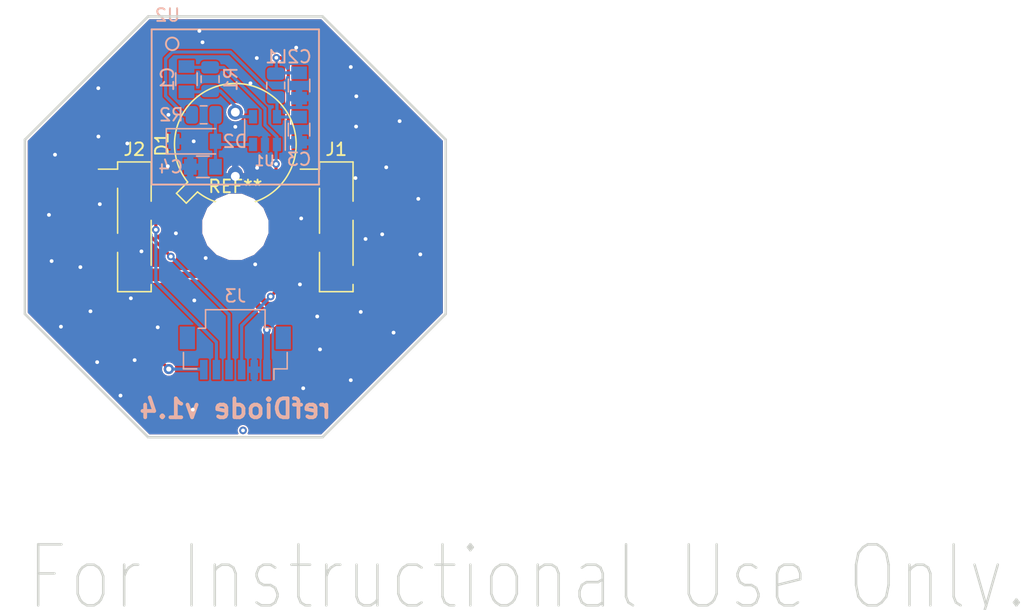
<source format=kicad_pcb>
(kicad_pcb (version 20171130) (host pcbnew "(5.1.0-0)")

  (general
    (thickness 1.6)
    (drawings 19)
    (tracks 128)
    (zones 0)
    (modules 15)
    (nets 10)
  )

  (page A4)
  (layers
    (0 F.Cu signal)
    (31 B.Cu signal)
    (32 B.Adhes user)
    (33 F.Adhes user)
    (34 B.Paste user)
    (35 F.Paste user)
    (36 B.SilkS user)
    (37 F.SilkS user)
    (38 B.Mask user)
    (39 F.Mask user)
    (40 Dwgs.User user)
    (41 Cmts.User user)
    (42 Eco1.User user)
    (43 Eco2.User user)
    (44 Edge.Cuts user)
    (45 Margin user)
    (46 B.CrtYd user)
    (47 F.CrtYd user)
    (48 B.Fab user)
    (49 F.Fab user hide)
  )

  (setup
    (last_trace_width 0.25)
    (user_trace_width 0.5)
    (trace_clearance 0.127)
    (zone_clearance 0.127)
    (zone_45_only no)
    (trace_min 0.2)
    (via_size 0.6)
    (via_drill 0.3)
    (via_min_size 0.4)
    (via_min_drill 0.3)
    (uvia_size 0.3)
    (uvia_drill 0.1)
    (uvias_allowed no)
    (uvia_min_size 0.2)
    (uvia_min_drill 0.1)
    (edge_width 0.2)
    (segment_width 0.2)
    (pcb_text_width 0.3)
    (pcb_text_size 1.5 1.5)
    (mod_edge_width 0.15)
    (mod_text_size 1 1)
    (mod_text_width 0.15)
    (pad_size 5 5)
    (pad_drill 5)
    (pad_to_mask_clearance 0.1)
    (aux_axis_origin 176.175 95.925)
    (grid_origin 176.75 98.575)
    (visible_elements 7FFFFFFF)
    (pcbplotparams
      (layerselection 0x010fc_ffffffff)
      (usegerberextensions false)
      (usegerberattributes false)
      (usegerberadvancedattributes false)
      (creategerberjobfile false)
      (excludeedgelayer true)
      (linewidth 0.100000)
      (plotframeref false)
      (viasonmask false)
      (mode 1)
      (useauxorigin false)
      (hpglpennumber 1)
      (hpglpenspeed 20)
      (hpglpendiameter 15.000000)
      (psnegative false)
      (psa4output false)
      (plotreference true)
      (plotvalue true)
      (plotinvisibletext false)
      (padsonsilk false)
      (subtractmaskfromsilk false)
      (outputformat 1)
      (mirror false)
      (drillshape 0)
      (scaleselection 1)
      (outputdirectory "Gerbers/"))
  )

  (net 0 "")
  (net 1 "Net-(C1-Pad2)")
  (net 2 +5V)
  (net 3 GND)
  (net 4 /R)
  (net 5 /B)
  (net 6 /G)
  (net 7 /A)
  (net 8 /V)
  (net 9 "Net-(C4-Pad1)")

  (net_class Default "This is the default net class."
    (clearance 0.127)
    (trace_width 0.25)
    (via_dia 0.6)
    (via_drill 0.3)
    (uvia_dia 0.3)
    (uvia_drill 0.1)
    (add_net +5V)
    (add_net /A)
    (add_net /B)
    (add_net /G)
    (add_net /R)
    (add_net /V)
    (add_net GND)
    (add_net "Net-(C1-Pad2)")
    (add_net "Net-(C4-Pad1)")
  )

  (module Resistor_SMD:R_0805_2012Metric (layer B.Cu) (tedit 5B36C52B) (tstamp 5BEE4D5F)
    (at 148 83.3 90)
    (descr "Resistor SMD 0805 (2012 Metric), square (rectangular) end terminal, IPC_7351 nominal, (Body size source: https://docs.google.com/spreadsheets/d/1BsfQQcO9C6DZCsRaXUlFlo91Tg2WpOkGARC1WS5S8t0/edit?usp=sharing), generated with kicad-footprint-generator")
    (tags resistor)
    (path /5BD1DDDA)
    (attr smd)
    (fp_text reference R1 (at 0 1.65 90) (layer B.SilkS)
      (effects (font (size 1 1) (thickness 0.15)) (justify mirror))
    )
    (fp_text value 1000k (at 0 -1.65 90) (layer B.Fab)
      (effects (font (size 1 1) (thickness 0.15)) (justify mirror))
    )
    (fp_line (start -1 -0.6) (end -1 0.6) (layer B.Fab) (width 0.1))
    (fp_line (start -1 0.6) (end 1 0.6) (layer B.Fab) (width 0.1))
    (fp_line (start 1 0.6) (end 1 -0.6) (layer B.Fab) (width 0.1))
    (fp_line (start 1 -0.6) (end -1 -0.6) (layer B.Fab) (width 0.1))
    (fp_line (start -0.258578 0.71) (end 0.258578 0.71) (layer B.SilkS) (width 0.12))
    (fp_line (start -0.258578 -0.71) (end 0.258578 -0.71) (layer B.SilkS) (width 0.12))
    (fp_line (start -1.68 -0.95) (end -1.68 0.95) (layer B.CrtYd) (width 0.05))
    (fp_line (start -1.68 0.95) (end 1.68 0.95) (layer B.CrtYd) (width 0.05))
    (fp_line (start 1.68 0.95) (end 1.68 -0.95) (layer B.CrtYd) (width 0.05))
    (fp_line (start 1.68 -0.95) (end -1.68 -0.95) (layer B.CrtYd) (width 0.05))
    (fp_text user %R (at 0 0 90) (layer B.Fab)
      (effects (font (size 0.5 0.5) (thickness 0.08)) (justify mirror))
    )
    (pad 1 smd roundrect (at -0.9375 0 90) (size 0.975 1.4) (layers B.Cu B.Paste B.Mask) (roundrect_rratio 0.25)
      (net 1 "Net-(C1-Pad2)"))
    (pad 2 smd roundrect (at 0.9375 0 90) (size 0.975 1.4) (layers B.Cu B.Paste B.Mask) (roundrect_rratio 0.25)
      (net 7 /A))
    (model ${KISYS3DMOD}/Resistor_SMD.3dshapes/R_0805_2012Metric.wrl
      (at (xyz 0 0 0))
      (scale (xyz 1 1 1))
      (rotate (xyz 0 0 0))
    )
  )

  (module Capacitors_SMD:C_0805 (layer B.Cu) (tedit 58AA8463) (tstamp 5BEE4CAC)
    (at 146.125 83.3 270)
    (descr "Capacitor SMD 0805, reflow soldering, AVX (see smccp.pdf)")
    (tags "capacitor 0805")
    (path /5BD1DD13)
    (attr smd)
    (fp_text reference C1 (at 0 1.5 270) (layer B.SilkS)
      (effects (font (size 1 1) (thickness 0.15)) (justify mirror))
    )
    (fp_text value 180p (at 0 -1.75 270) (layer B.Fab)
      (effects (font (size 1 1) (thickness 0.15)) (justify mirror))
    )
    (fp_text user %R (at 0 1.5 270) (layer B.Fab)
      (effects (font (size 1 1) (thickness 0.15)) (justify mirror))
    )
    (fp_line (start -1 -0.62) (end -1 0.62) (layer B.Fab) (width 0.1))
    (fp_line (start 1 -0.62) (end -1 -0.62) (layer B.Fab) (width 0.1))
    (fp_line (start 1 0.62) (end 1 -0.62) (layer B.Fab) (width 0.1))
    (fp_line (start -1 0.62) (end 1 0.62) (layer B.Fab) (width 0.1))
    (fp_line (start 0.5 0.85) (end -0.5 0.85) (layer B.SilkS) (width 0.12))
    (fp_line (start -0.5 -0.85) (end 0.5 -0.85) (layer B.SilkS) (width 0.12))
    (fp_line (start -1.75 0.88) (end 1.75 0.88) (layer B.CrtYd) (width 0.05))
    (fp_line (start -1.75 0.88) (end -1.75 -0.87) (layer B.CrtYd) (width 0.05))
    (fp_line (start 1.75 -0.87) (end 1.75 0.88) (layer B.CrtYd) (width 0.05))
    (fp_line (start 1.75 -0.87) (end -1.75 -0.87) (layer B.CrtYd) (width 0.05))
    (pad 1 smd rect (at -1 0 270) (size 1 1.25) (layers B.Cu B.Paste B.Mask)
      (net 7 /A))
    (pad 2 smd rect (at 1 0 270) (size 1 1.25) (layers B.Cu B.Paste B.Mask)
      (net 1 "Net-(C1-Pad2)"))
    (model Capacitors_SMD.3dshapes/C_0805.wrl
      (at (xyz 0 0 0))
      (scale (xyz 1 1 1))
      (rotate (xyz 0 0 0))
    )
  )

  (module Capacitors_SMD:C_0805 (layer B.Cu) (tedit 58AA8463) (tstamp 5BEE4CBD)
    (at 155.05 83.8 270)
    (descr "Capacitor SMD 0805, reflow soldering, AVX (see smccp.pdf)")
    (tags "capacitor 0805")
    (path /5BD1EB34)
    (attr smd)
    (fp_text reference C2 (at -2.275 -0.025) (layer B.SilkS)
      (effects (font (size 1 1) (thickness 0.15)) (justify mirror))
    )
    (fp_text value 1.5uF (at 0 -1.75 270) (layer B.Fab)
      (effects (font (size 1 1) (thickness 0.15)) (justify mirror))
    )
    (fp_line (start 1.75 -0.87) (end -1.75 -0.87) (layer B.CrtYd) (width 0.05))
    (fp_line (start 1.75 -0.87) (end 1.75 0.88) (layer B.CrtYd) (width 0.05))
    (fp_line (start -1.75 0.88) (end -1.75 -0.87) (layer B.CrtYd) (width 0.05))
    (fp_line (start -1.75 0.88) (end 1.75 0.88) (layer B.CrtYd) (width 0.05))
    (fp_line (start -0.5 -0.85) (end 0.5 -0.85) (layer B.SilkS) (width 0.12))
    (fp_line (start 0.5 0.85) (end -0.5 0.85) (layer B.SilkS) (width 0.12))
    (fp_line (start -1 0.62) (end 1 0.62) (layer B.Fab) (width 0.1))
    (fp_line (start 1 0.62) (end 1 -0.62) (layer B.Fab) (width 0.1))
    (fp_line (start 1 -0.62) (end -1 -0.62) (layer B.Fab) (width 0.1))
    (fp_line (start -1 -0.62) (end -1 0.62) (layer B.Fab) (width 0.1))
    (fp_text user %R (at 0 1.5 270) (layer B.Fab)
      (effects (font (size 1 1) (thickness 0.15)) (justify mirror))
    )
    (pad 2 smd rect (at 1 0 270) (size 1 1.25) (layers B.Cu B.Paste B.Mask)
      (net 3 GND))
    (pad 1 smd rect (at -1 0 270) (size 1 1.25) (layers B.Cu B.Paste B.Mask)
      (net 2 +5V))
    (model Capacitors_SMD.3dshapes/C_0805.wrl
      (at (xyz 0 0 0))
      (scale (xyz 1 1 1))
      (rotate (xyz 0 0 0))
    )
  )

  (module Resistor_SMD:R_0805_2012Metric (layer B.Cu) (tedit 5CBAD2C4) (tstamp 5CAF5733)
    (at 147.4925 86.125 180)
    (descr "Resistor SMD 0805 (2012 Metric), square (rectangular) end terminal, IPC_7351 nominal, (Body size source: https://docs.google.com/spreadsheets/d/1BsfQQcO9C6DZCsRaXUlFlo91Tg2WpOkGARC1WS5S8t0/edit?usp=sharing), generated with kicad-footprint-generator")
    (tags resistor)
    (path /5C9606B3)
    (attr smd)
    (fp_text reference R2 (at 2.5675 0 180) (layer B.SilkS)
      (effects (font (size 1 1) (thickness 0.15)) (justify mirror))
    )
    (fp_text value 20k (at 0 -1.65 180) (layer B.Fab)
      (effects (font (size 1 1) (thickness 0.15)) (justify mirror))
    )
    (fp_line (start -1 -0.6) (end -1 0.6) (layer B.Fab) (width 0.1))
    (fp_line (start -1 0.6) (end 1 0.6) (layer B.Fab) (width 0.1))
    (fp_line (start 1 0.6) (end 1 -0.6) (layer B.Fab) (width 0.1))
    (fp_line (start 1 -0.6) (end -1 -0.6) (layer B.Fab) (width 0.1))
    (fp_line (start -0.258578 0.71) (end 0.258578 0.71) (layer B.SilkS) (width 0.12))
    (fp_line (start -0.258578 -0.71) (end 0.258578 -0.71) (layer B.SilkS) (width 0.12))
    (fp_line (start -1.68 -0.95) (end -1.68 0.95) (layer B.CrtYd) (width 0.05))
    (fp_line (start -1.68 0.95) (end 1.68 0.95) (layer B.CrtYd) (width 0.05))
    (fp_line (start 1.68 0.95) (end 1.68 -0.95) (layer B.CrtYd) (width 0.05))
    (fp_line (start 1.68 -0.95) (end -1.68 -0.95) (layer B.CrtYd) (width 0.05))
    (fp_text user %R (at 0 0 180) (layer B.Fab)
      (effects (font (size 0.5 0.5) (thickness 0.08)) (justify mirror))
    )
    (pad 1 smd roundrect (at -0.9375 0 180) (size 0.975 1.4) (layers B.Cu B.Paste B.Mask) (roundrect_rratio 0.25)
      (net 9 "Net-(C4-Pad1)"))
    (pad 2 smd roundrect (at 0.9375 0 180) (size 0.975 1.4) (layers B.Cu B.Paste B.Mask) (roundrect_rratio 0.25)
      (net 8 /V))
    (model ${KISYS3DMOD}/Resistor_SMD.3dshapes/R_0805_2012Metric.wrl
      (at (xyz 0 0 0))
      (scale (xyz 1 1 1))
      (rotate (xyz 0 0 0))
    )
  )

  (module Capacitors_SMD:C_0805 (layer B.Cu) (tedit 58AA8463) (tstamp 5C21DF92)
    (at 155.05 87.3 270)
    (descr "Capacitor SMD 0805, reflow soldering, AVX (see smccp.pdf)")
    (tags "capacitor 0805")
    (path /5BF0151F)
    (attr smd)
    (fp_text reference C3 (at 2.35 0) (layer B.SilkS)
      (effects (font (size 1 1) (thickness 0.15)) (justify mirror))
    )
    (fp_text value 0.1uF (at 0 -1.75 270) (layer B.Fab)
      (effects (font (size 1 1) (thickness 0.15)) (justify mirror))
    )
    (fp_text user %R (at 0 1.5 270) (layer B.Fab)
      (effects (font (size 1 1) (thickness 0.15)) (justify mirror))
    )
    (fp_line (start -1 -0.62) (end -1 0.62) (layer B.Fab) (width 0.1))
    (fp_line (start 1 -0.62) (end -1 -0.62) (layer B.Fab) (width 0.1))
    (fp_line (start 1 0.62) (end 1 -0.62) (layer B.Fab) (width 0.1))
    (fp_line (start -1 0.62) (end 1 0.62) (layer B.Fab) (width 0.1))
    (fp_line (start 0.5 0.85) (end -0.5 0.85) (layer B.SilkS) (width 0.12))
    (fp_line (start -0.5 -0.85) (end 0.5 -0.85) (layer B.SilkS) (width 0.12))
    (fp_line (start -1.75 0.88) (end 1.75 0.88) (layer B.CrtYd) (width 0.05))
    (fp_line (start -1.75 0.88) (end -1.75 -0.87) (layer B.CrtYd) (width 0.05))
    (fp_line (start 1.75 -0.87) (end 1.75 0.88) (layer B.CrtYd) (width 0.05))
    (fp_line (start 1.75 -0.87) (end -1.75 -0.87) (layer B.CrtYd) (width 0.05))
    (pad 1 smd rect (at -1 0 270) (size 1 1.25) (layers B.Cu B.Paste B.Mask)
      (net 8 /V))
    (pad 2 smd rect (at 1 0 270) (size 1 1.25) (layers B.Cu B.Paste B.Mask)
      (net 3 GND))
    (model Capacitors_SMD.3dshapes/C_0805.wrl
      (at (xyz 0 0 0))
      (scale (xyz 1 1 1))
      (rotate (xyz 0 0 0))
    )
  )

  (module Inductor_SMD:L_0805_2012Metric (layer B.Cu) (tedit 5C960308) (tstamp 5C21DFA3)
    (at 153.2 83.8 270)
    (descr "Inductor SMD 0805 (2012 Metric), square (rectangular) end terminal, IPC_7351 nominal, (Body size source: https://docs.google.com/spreadsheets/d/1BsfQQcO9C6DZCsRaXUlFlo91Tg2WpOkGARC1WS5S8t0/edit?usp=sharing), generated with kicad-footprint-generator")
    (tags inductor)
    (path /5BF01159)
    (attr smd)
    (fp_text reference L1 (at -2.275 -0.05 180) (layer B.SilkS)
      (effects (font (size 1 1) (thickness 0.15)) (justify mirror))
    )
    (fp_text value Ferrite_Bead (at 0 -1.65 270) (layer B.Fab)
      (effects (font (size 1 1) (thickness 0.15)) (justify mirror))
    )
    (fp_line (start -1 -0.6) (end -1 0.6) (layer B.Fab) (width 0.1))
    (fp_line (start -1 0.6) (end 1 0.6) (layer B.Fab) (width 0.1))
    (fp_line (start 1 0.6) (end 1 -0.6) (layer B.Fab) (width 0.1))
    (fp_line (start 1 -0.6) (end -1 -0.6) (layer B.Fab) (width 0.1))
    (fp_line (start -0.258578 0.71) (end 0.258578 0.71) (layer B.SilkS) (width 0.12))
    (fp_line (start -0.258578 -0.71) (end 0.258578 -0.71) (layer B.SilkS) (width 0.12))
    (fp_line (start -1.68 -0.95) (end -1.68 0.95) (layer B.CrtYd) (width 0.05))
    (fp_line (start -1.68 0.95) (end 1.68 0.95) (layer B.CrtYd) (width 0.05))
    (fp_line (start 1.68 0.95) (end 1.68 -0.95) (layer B.CrtYd) (width 0.05))
    (fp_line (start 1.68 -0.95) (end -1.68 -0.95) (layer B.CrtYd) (width 0.05))
    (fp_text user %R (at 0 0 270) (layer B.Fab)
      (effects (font (size 0.5 0.5) (thickness 0.08)) (justify mirror))
    )
    (pad 1 smd roundrect (at -0.9375 0 270) (size 0.975 1.4) (layers B.Cu B.Paste B.Mask) (roundrect_rratio 0.25)
      (net 2 +5V))
    (pad 2 smd roundrect (at 0.9375 0 270) (size 0.975 1.4) (layers B.Cu B.Paste B.Mask) (roundrect_rratio 0.25)
      (net 8 /V))
    (model ${KISYS3DMOD}/Inductor_SMD.3dshapes/L_0805_2012Metric.wrl
      (at (xyz 0 0 0))
      (scale (xyz 1 1 1))
      (rotate (xyz 0 0 0))
    )
  )

  (module Connector_PinHeader_2.54mm:PinHeader_1x04_P2.54mm_Vertical_SMD_Pin1Left (layer F.Cu) (tedit 59FED5CC) (tstamp 5C07D3EE)
    (at 158 95)
    (descr "surface-mounted straight pin header, 1x04, 2.54mm pitch, single row, style 1 (pin 1 left)")
    (tags "Surface mounted pin header SMD 1x04 2.54mm single row style1 pin1 left")
    (path /5BD1E62F)
    (attr smd)
    (fp_text reference J1 (at 0 -6.14) (layer F.SilkS)
      (effects (font (size 1 1) (thickness 0.15)))
    )
    (fp_text value Conn_01x04 (at 0 6.14) (layer F.Fab)
      (effects (font (size 1 1) (thickness 0.15)))
    )
    (fp_line (start 1.27 5.08) (end -1.27 5.08) (layer F.Fab) (width 0.1))
    (fp_line (start -0.32 -5.08) (end 1.27 -5.08) (layer F.Fab) (width 0.1))
    (fp_line (start -1.27 5.08) (end -1.27 -4.13) (layer F.Fab) (width 0.1))
    (fp_line (start -1.27 -4.13) (end -0.32 -5.08) (layer F.Fab) (width 0.1))
    (fp_line (start 1.27 -5.08) (end 1.27 5.08) (layer F.Fab) (width 0.1))
    (fp_line (start -1.27 -4.13) (end -2.54 -4.13) (layer F.Fab) (width 0.1))
    (fp_line (start -2.54 -4.13) (end -2.54 -3.49) (layer F.Fab) (width 0.1))
    (fp_line (start -2.54 -3.49) (end -1.27 -3.49) (layer F.Fab) (width 0.1))
    (fp_line (start -1.27 0.95) (end -2.54 0.95) (layer F.Fab) (width 0.1))
    (fp_line (start -2.54 0.95) (end -2.54 1.59) (layer F.Fab) (width 0.1))
    (fp_line (start -2.54 1.59) (end -1.27 1.59) (layer F.Fab) (width 0.1))
    (fp_line (start 1.27 -1.59) (end 2.54 -1.59) (layer F.Fab) (width 0.1))
    (fp_line (start 2.54 -1.59) (end 2.54 -0.95) (layer F.Fab) (width 0.1))
    (fp_line (start 2.54 -0.95) (end 1.27 -0.95) (layer F.Fab) (width 0.1))
    (fp_line (start 1.27 3.49) (end 2.54 3.49) (layer F.Fab) (width 0.1))
    (fp_line (start 2.54 3.49) (end 2.54 4.13) (layer F.Fab) (width 0.1))
    (fp_line (start 2.54 4.13) (end 1.27 4.13) (layer F.Fab) (width 0.1))
    (fp_line (start -1.33 -5.14) (end 1.33 -5.14) (layer F.SilkS) (width 0.12))
    (fp_line (start -1.33 5.14) (end 1.33 5.14) (layer F.SilkS) (width 0.12))
    (fp_line (start 1.33 -5.14) (end 1.33 -2.03) (layer F.SilkS) (width 0.12))
    (fp_line (start -1.33 -4.57) (end -2.85 -4.57) (layer F.SilkS) (width 0.12))
    (fp_line (start -1.33 -5.14) (end -1.33 -4.57) (layer F.SilkS) (width 0.12))
    (fp_line (start 1.33 4.57) (end 1.33 5.14) (layer F.SilkS) (width 0.12))
    (fp_line (start 1.33 -0.51) (end 1.33 3.05) (layer F.SilkS) (width 0.12))
    (fp_line (start -1.33 -3.05) (end -1.33 0.51) (layer F.SilkS) (width 0.12))
    (fp_line (start -1.33 2.03) (end -1.33 5.14) (layer F.SilkS) (width 0.12))
    (fp_line (start -3.45 -5.6) (end -3.45 5.6) (layer F.CrtYd) (width 0.05))
    (fp_line (start -3.45 5.6) (end 3.45 5.6) (layer F.CrtYd) (width 0.05))
    (fp_line (start 3.45 5.6) (end 3.45 -5.6) (layer F.CrtYd) (width 0.05))
    (fp_line (start 3.45 -5.6) (end -3.45 -5.6) (layer F.CrtYd) (width 0.05))
    (fp_text user %R (at 0 0 90) (layer F.Fab)
      (effects (font (size 1 1) (thickness 0.15)))
    )
    (pad 1 smd rect (at -1.655 -3.81) (size 2.51 1) (layers F.Cu F.Paste F.Mask))
    (pad 3 smd rect (at -1.655 1.27) (size 2.51 1) (layers F.Cu F.Paste F.Mask))
    (pad 2 smd rect (at 1.655 -1.27) (size 2.51 1) (layers F.Cu F.Paste F.Mask))
    (pad 4 smd rect (at 1.655 3.81) (size 2.51 1) (layers F.Cu F.Paste F.Mask))
    (model ${KISYS3DMOD}/Connector_PinHeader_2.54mm.3dshapes/PinHeader_1x04_P2.54mm_Vertical_SMD_Pin1Left.wrl
      (at (xyz 0 0 0))
      (scale (xyz 1 1 1))
      (rotate (xyz 0 0 0))
    )
  )

  (module EMIshield:Wurth-3610213126S-EMIshield-13.26x12.3mm (layer B.Cu) (tedit 5BF0103A) (tstamp 5C07D8CC)
    (at 150 85.5 270)
    (path /5BD574D7)
    (fp_text reference U2 (at -7.275 5.375) (layer B.SilkS)
      (effects (font (size 1 1) (thickness 0.15)) (justify mirror))
    )
    (fp_text value EMIshield (at 0 5.3 270) (layer B.Fab)
      (effects (font (size 1 1) (thickness 0.15)) (justify mirror))
    )
    (fp_line (start -6.15 6.63) (end 6.15 6.63) (layer B.SilkS) (width 0.15))
    (fp_line (start -6.15 -6.63) (end 6.15 -6.63) (layer B.SilkS) (width 0.15))
    (fp_line (start 6.15 6.63) (end 6.15 -6.63) (layer B.SilkS) (width 0.15))
    (fp_line (start -6.15 6.63) (end -6.15 -6.63) (layer B.SilkS) (width 0.15))
    (fp_circle (center -5 5) (end -4.5 5) (layer B.SilkS) (width 0.15))
    (pad 1 smd rect (at -6.15 0 270) (size 0.75 3.3) (layers B.Cu B.Paste B.Mask)
      (net 3 GND) (zone_connect 2))
    (pad 1 smd rect (at 6.15 0 270) (size 0.75 3.3) (layers B.Cu B.Paste B.Mask)
      (net 3 GND) (zone_connect 2))
    (pad 1 smd rect (at 0 6.63 180) (size 0.75 3.3) (layers B.Cu B.Paste B.Mask)
      (net 3 GND) (zone_connect 2))
    (pad 1 smd rect (at 0 -6.63 180) (size 0.75 3.3) (layers B.Cu B.Paste B.Mask)
      (net 3 GND) (zone_connect 2))
    (pad 1 smd custom (at -6.15 -5.355 270) (size 0.75 3.3) (layers B.Cu B.Paste B.Mask)
      (net 3 GND) (zone_connect 2)
      (options (clearance outline) (anchor rect))
      (primitives
        (gr_poly (pts
           (xy -0.375 -0.9) (xy 2.925 -0.9) (xy 2.925 -1.65) (xy -0.375 -1.65)) (width 0))
      ))
    (pad 1 smd custom (at 6.15 5.355 90) (size 0.75 3.3) (layers B.Cu B.Paste B.Mask)
      (net 3 GND) (zone_connect 2)
      (options (clearance outline) (anchor rect))
      (primitives
        (gr_poly (pts
           (xy -0.375 -0.9) (xy 2.925 -0.9) (xy 2.925 -1.65) (xy -0.375 -1.65)) (width 0))
      ))
    (pad 1 smd custom (at -4.875 6.63) (size 0.75 3.3) (layers B.Cu B.Paste B.Mask)
      (net 3 GND) (zone_connect 2)
      (options (clearance outline) (anchor rect))
      (primitives
        (gr_poly (pts
           (xy -0.375 -0.9) (xy 2.925 -0.9) (xy 2.925 -1.65) (xy -0.375 -1.65)) (width 0))
      ))
    (pad 1 smd custom (at 4.875 -6.63 180) (size 0.75 3.3) (layers B.Cu B.Paste B.Mask)
      (net 3 GND) (zone_connect 2)
      (options (clearance outline) (anchor rect))
      (primitives
        (gr_poly (pts
           (xy -0.375 -0.9) (xy 2.925 -0.9) (xy 2.925 -1.65) (xy -0.375 -1.65)) (width 0))
      ))
  )

  (module Connector_PinHeader_2.54mm:PinHeader_1x04_P2.54mm_Vertical_SMD_Pin1Left (layer F.Cu) (tedit 59FED5CC) (tstamp 5C07D637)
    (at 142 95)
    (descr "surface-mounted straight pin header, 1x04, 2.54mm pitch, single row, style 1 (pin 1 left)")
    (tags "Surface mounted pin header SMD 1x04 2.54mm single row style1 pin1 left")
    (path /5BD1E6D6)
    (attr smd)
    (fp_text reference J2 (at 0 -6.14) (layer F.SilkS)
      (effects (font (size 1 1) (thickness 0.15)))
    )
    (fp_text value Conn_01x04 (at 0 6.14) (layer F.Fab)
      (effects (font (size 1 1) (thickness 0.15)))
    )
    (fp_text user %R (at 0 0 90) (layer F.Fab)
      (effects (font (size 1 1) (thickness 0.15)))
    )
    (fp_line (start 3.45 -5.6) (end -3.45 -5.6) (layer F.CrtYd) (width 0.05))
    (fp_line (start 3.45 5.6) (end 3.45 -5.6) (layer F.CrtYd) (width 0.05))
    (fp_line (start -3.45 5.6) (end 3.45 5.6) (layer F.CrtYd) (width 0.05))
    (fp_line (start -3.45 -5.6) (end -3.45 5.6) (layer F.CrtYd) (width 0.05))
    (fp_line (start -1.33 2.03) (end -1.33 5.14) (layer F.SilkS) (width 0.12))
    (fp_line (start -1.33 -3.05) (end -1.33 0.51) (layer F.SilkS) (width 0.12))
    (fp_line (start 1.33 -0.51) (end 1.33 3.05) (layer F.SilkS) (width 0.12))
    (fp_line (start 1.33 4.57) (end 1.33 5.14) (layer F.SilkS) (width 0.12))
    (fp_line (start -1.33 -5.14) (end -1.33 -4.57) (layer F.SilkS) (width 0.12))
    (fp_line (start -1.33 -4.57) (end -2.85 -4.57) (layer F.SilkS) (width 0.12))
    (fp_line (start 1.33 -5.14) (end 1.33 -2.03) (layer F.SilkS) (width 0.12))
    (fp_line (start -1.33 5.14) (end 1.33 5.14) (layer F.SilkS) (width 0.12))
    (fp_line (start -1.33 -5.14) (end 1.33 -5.14) (layer F.SilkS) (width 0.12))
    (fp_line (start 2.54 4.13) (end 1.27 4.13) (layer F.Fab) (width 0.1))
    (fp_line (start 2.54 3.49) (end 2.54 4.13) (layer F.Fab) (width 0.1))
    (fp_line (start 1.27 3.49) (end 2.54 3.49) (layer F.Fab) (width 0.1))
    (fp_line (start 2.54 -0.95) (end 1.27 -0.95) (layer F.Fab) (width 0.1))
    (fp_line (start 2.54 -1.59) (end 2.54 -0.95) (layer F.Fab) (width 0.1))
    (fp_line (start 1.27 -1.59) (end 2.54 -1.59) (layer F.Fab) (width 0.1))
    (fp_line (start -2.54 1.59) (end -1.27 1.59) (layer F.Fab) (width 0.1))
    (fp_line (start -2.54 0.95) (end -2.54 1.59) (layer F.Fab) (width 0.1))
    (fp_line (start -1.27 0.95) (end -2.54 0.95) (layer F.Fab) (width 0.1))
    (fp_line (start -2.54 -3.49) (end -1.27 -3.49) (layer F.Fab) (width 0.1))
    (fp_line (start -2.54 -4.13) (end -2.54 -3.49) (layer F.Fab) (width 0.1))
    (fp_line (start -1.27 -4.13) (end -2.54 -4.13) (layer F.Fab) (width 0.1))
    (fp_line (start 1.27 -5.08) (end 1.27 5.08) (layer F.Fab) (width 0.1))
    (fp_line (start -1.27 -4.13) (end -0.32 -5.08) (layer F.Fab) (width 0.1))
    (fp_line (start -1.27 5.08) (end -1.27 -4.13) (layer F.Fab) (width 0.1))
    (fp_line (start -0.32 -5.08) (end 1.27 -5.08) (layer F.Fab) (width 0.1))
    (fp_line (start 1.27 5.08) (end -1.27 5.08) (layer F.Fab) (width 0.1))
    (pad 4 smd rect (at 1.655 3.81) (size 2.51 1) (layers F.Cu F.Paste F.Mask)
      (net 2 +5V))
    (pad 2 smd rect (at 1.655 -1.27) (size 2.51 1) (layers F.Cu F.Paste F.Mask)
      (net 6 /G))
    (pad 3 smd rect (at -1.655 1.27) (size 2.51 1) (layers F.Cu F.Paste F.Mask)
      (net 5 /B))
    (pad 1 smd rect (at -1.655 -3.81) (size 2.51 1) (layers F.Cu F.Paste F.Mask)
      (net 4 /R))
    (model ${KISYS3DMOD}/Connector_PinHeader_2.54mm.3dshapes/PinHeader_1x04_P2.54mm_Vertical_SMD_Pin1Left.wrl
      (at (xyz 0 0 0))
      (scale (xyz 1 1 1))
      (rotate (xyz 0 0 0))
    )
  )

  (module MountingHole:MountingHole_2.2mm_M2 (layer F.Cu) (tedit 5CEF9EC9) (tstamp 5C205B39)
    (at 150 95)
    (descr "Mounting Hole 2.2mm, no annular, M2")
    (tags "mounting hole 2.2mm no annular m2")
    (attr virtual)
    (fp_text reference REF** (at 0 -3.2) (layer F.SilkS)
      (effects (font (size 1 1) (thickness 0.15)))
    )
    (fp_text value MountingHole_2.2mm_M2 (at 0 3.2) (layer F.Fab)
      (effects (font (size 1 1) (thickness 0.15)))
    )
    (fp_circle (center 0 0) (end 2.45 0) (layer F.CrtYd) (width 0.05))
    (fp_circle (center 0 0) (end 2.2 0) (layer Cmts.User) (width 0.15))
    (fp_text user %R (at 0.3 0) (layer F.Fab)
      (effects (font (size 1 1) (thickness 0.15)))
    )
    (pad "" np_thru_hole circle (at 0 0) (size 5 5) (drill 5) (layers *.Cu *.Mask))
  )

  (module Connector_Molex:Molex_Pico-Clasp_501331-0607_1x06-1MP_P1.00mm_Vertical (layer B.Cu) (tedit 5AA46ED0) (tstamp 5C38D796)
    (at 150 105 180)
    (descr "Molex Pico-Clasp series connector, 501331-0607 (http://www.molex.com/pdm_docs/sd/5013310207_sd.pdf), generated with kicad-footprint-generator")
    (tags "connector Molex Pico-Clasp side entry")
    (path /5BD1E7FF)
    (attr smd)
    (fp_text reference J3 (at 0 4.52 180) (layer B.SilkS)
      (effects (font (size 1 1) (thickness 0.15)) (justify mirror))
    )
    (fp_text value Conn_01x06 (at 0 -3.3 180) (layer B.Fab)
      (effects (font (size 1 1) (thickness 0.15)) (justify mirror))
    )
    (fp_line (start -4 -1.15) (end 4 -1.15) (layer B.Fab) (width 0.1))
    (fp_line (start -4.11 0.04) (end -4.11 -1.26) (layer B.SilkS) (width 0.12))
    (fp_line (start -4.11 -1.26) (end -3.06 -1.26) (layer B.SilkS) (width 0.12))
    (fp_line (start -3.06 -1.26) (end -3.06 -2.1) (layer B.SilkS) (width 0.12))
    (fp_line (start 4.11 0.04) (end 4.11 -1.26) (layer B.SilkS) (width 0.12))
    (fp_line (start 4.11 -1.26) (end 3.06 -1.26) (layer B.SilkS) (width 0.12))
    (fp_line (start -2.94 1.96) (end -2.36 1.96) (layer B.SilkS) (width 0.12))
    (fp_line (start -2.36 1.96) (end -2.36 3.43) (layer B.SilkS) (width 0.12))
    (fp_line (start -2.36 3.43) (end 2.36 3.43) (layer B.SilkS) (width 0.12))
    (fp_line (start 2.36 3.43) (end 2.36 1.96) (layer B.SilkS) (width 0.12))
    (fp_line (start 2.36 1.96) (end 2.94 1.96) (layer B.SilkS) (width 0.12))
    (fp_line (start -4 1.85) (end -2.25 1.85) (layer B.Fab) (width 0.1))
    (fp_line (start -2.25 1.85) (end -2.25 3.32) (layer B.Fab) (width 0.1))
    (fp_line (start -2.25 3.32) (end 2.25 3.32) (layer B.Fab) (width 0.1))
    (fp_line (start 2.25 3.32) (end 2.25 1.85) (layer B.Fab) (width 0.1))
    (fp_line (start 2.25 1.85) (end 4 1.85) (layer B.Fab) (width 0.1))
    (fp_line (start -4 -1.15) (end -4 1.85) (layer B.Fab) (width 0.1))
    (fp_line (start 4 -1.15) (end 4 1.85) (layer B.Fab) (width 0.1))
    (fp_line (start -2.625 0.25) (end -2.625 -0.25) (layer B.Fab) (width 0.1))
    (fp_line (start -2.625 -0.25) (end -2.375 -0.25) (layer B.Fab) (width 0.1))
    (fp_line (start -2.375 -0.25) (end -2.375 0.25) (layer B.Fab) (width 0.1))
    (fp_line (start -2.375 0.25) (end -2.625 0.25) (layer B.Fab) (width 0.1))
    (fp_line (start -1.625 0.25) (end -1.625 -0.25) (layer B.Fab) (width 0.1))
    (fp_line (start -1.625 -0.25) (end -1.375 -0.25) (layer B.Fab) (width 0.1))
    (fp_line (start -1.375 -0.25) (end -1.375 0.25) (layer B.Fab) (width 0.1))
    (fp_line (start -1.375 0.25) (end -1.625 0.25) (layer B.Fab) (width 0.1))
    (fp_line (start -0.625 0.25) (end -0.625 -0.25) (layer B.Fab) (width 0.1))
    (fp_line (start -0.625 -0.25) (end -0.375 -0.25) (layer B.Fab) (width 0.1))
    (fp_line (start -0.375 -0.25) (end -0.375 0.25) (layer B.Fab) (width 0.1))
    (fp_line (start -0.375 0.25) (end -0.625 0.25) (layer B.Fab) (width 0.1))
    (fp_line (start 0.375 0.25) (end 0.375 -0.25) (layer B.Fab) (width 0.1))
    (fp_line (start 0.375 -0.25) (end 0.625 -0.25) (layer B.Fab) (width 0.1))
    (fp_line (start 0.625 -0.25) (end 0.625 0.25) (layer B.Fab) (width 0.1))
    (fp_line (start 0.625 0.25) (end 0.375 0.25) (layer B.Fab) (width 0.1))
    (fp_line (start 1.375 0.25) (end 1.375 -0.25) (layer B.Fab) (width 0.1))
    (fp_line (start 1.375 -0.25) (end 1.625 -0.25) (layer B.Fab) (width 0.1))
    (fp_line (start 1.625 -0.25) (end 1.625 0.25) (layer B.Fab) (width 0.1))
    (fp_line (start 1.625 0.25) (end 1.375 0.25) (layer B.Fab) (width 0.1))
    (fp_line (start 2.375 0.25) (end 2.375 -0.25) (layer B.Fab) (width 0.1))
    (fp_line (start 2.375 -0.25) (end 2.625 -0.25) (layer B.Fab) (width 0.1))
    (fp_line (start 2.625 -0.25) (end 2.625 0.25) (layer B.Fab) (width 0.1))
    (fp_line (start 2.625 0.25) (end 2.375 0.25) (layer B.Fab) (width 0.1))
    (fp_line (start -4.9 3.82) (end -4.9 -2.6) (layer B.CrtYd) (width 0.05))
    (fp_line (start -4.9 -2.6) (end 4.9 -2.6) (layer B.CrtYd) (width 0.05))
    (fp_line (start 4.9 -2.6) (end 4.9 3.82) (layer B.CrtYd) (width 0.05))
    (fp_line (start 4.9 3.82) (end -4.9 3.82) (layer B.CrtYd) (width 0.05))
    (fp_line (start -3 -1.15) (end -2.5 -0.442893) (layer B.Fab) (width 0.1))
    (fp_line (start -2.5 -0.442893) (end -2 -1.15) (layer B.Fab) (width 0.1))
    (fp_text user %R (at 0 1.15 180) (layer B.Fab)
      (effects (font (size 1 1) (thickness 0.15)) (justify mirror))
    )
    (pad 1 smd rect (at -2.5 -1.325 180) (size 0.6 1.55) (layers B.Cu B.Paste B.Mask)
      (net 2 +5V))
    (pad 2 smd rect (at -1.5 -1.325 180) (size 0.6 1.55) (layers B.Cu B.Paste B.Mask)
      (net 3 GND))
    (pad 3 smd rect (at -0.5 -1.325 180) (size 0.6 1.55) (layers B.Cu B.Paste B.Mask)
      (net 7 /A))
    (pad 4 smd rect (at 0.5 -1.325 180) (size 0.6 1.55) (layers B.Cu B.Paste B.Mask)
      (net 4 /R))
    (pad 5 smd rect (at 1.5 -1.325 180) (size 0.6 1.55) (layers B.Cu B.Paste B.Mask)
      (net 6 /G))
    (pad 6 smd rect (at 2.5 -1.325 180) (size 0.6 1.55) (layers B.Cu B.Paste B.Mask)
      (net 5 /B))
    (pad MP smd rect (at -3.8 1.2 180) (size 1.2 1.8) (layers B.Cu B.Paste B.Mask))
    (pad MP smd rect (at 3.8 1.2 180) (size 1.2 1.8) (layers B.Cu B.Paste B.Mask))
    (model ${KISYS3DMOD}/Connector_Molex.3dshapes/Molex_Pico-Clasp_501331-0607_1x06-1MP_P1.00mm_Vertical.wrl
      (at (xyz 0 0 0))
      (scale (xyz 1 1 1))
      (rotate (xyz 0 0 0))
    )
  )

  (module Capacitors_SMD:C_0805 (layer B.Cu) (tedit 5CBAD2A7) (tstamp 5CAF5709)
    (at 147.43 90.245 180)
    (descr "Capacitor SMD 0805, reflow soldering, AVX (see smccp.pdf)")
    (tags "capacitor 0805")
    (path /5C960B03)
    (attr smd)
    (fp_text reference C4 (at 2.555 -0.005 180) (layer B.SilkS)
      (effects (font (size 1 1) (thickness 0.15)) (justify mirror))
    )
    (fp_text value 1u (at 0 -1.75 180) (layer B.Fab)
      (effects (font (size 1 1) (thickness 0.15)) (justify mirror))
    )
    (fp_text user %R (at 0 1.5 180) (layer B.Fab)
      (effects (font (size 1 1) (thickness 0.15)) (justify mirror))
    )
    (fp_line (start -1 -0.62) (end -1 0.62) (layer B.Fab) (width 0.1))
    (fp_line (start 1 -0.62) (end -1 -0.62) (layer B.Fab) (width 0.1))
    (fp_line (start 1 0.62) (end 1 -0.62) (layer B.Fab) (width 0.1))
    (fp_line (start -1 0.62) (end 1 0.62) (layer B.Fab) (width 0.1))
    (fp_line (start 0.5 0.85) (end -0.5 0.85) (layer B.SilkS) (width 0.12))
    (fp_line (start -0.5 -0.85) (end 0.5 -0.85) (layer B.SilkS) (width 0.12))
    (fp_line (start -1.75 0.88) (end 1.75 0.88) (layer B.CrtYd) (width 0.05))
    (fp_line (start -1.75 0.88) (end -1.75 -0.87) (layer B.CrtYd) (width 0.05))
    (fp_line (start 1.75 -0.87) (end 1.75 0.88) (layer B.CrtYd) (width 0.05))
    (fp_line (start 1.75 -0.87) (end -1.75 -0.87) (layer B.CrtYd) (width 0.05))
    (pad 1 smd rect (at -1 0 180) (size 1 1.25) (layers B.Cu B.Paste B.Mask)
      (net 9 "Net-(C4-Pad1)"))
    (pad 2 smd rect (at 1 0 180) (size 1 1.25) (layers B.Cu B.Paste B.Mask)
      (net 3 GND))
    (model Capacitors_SMD.3dshapes/C_0805.wrl
      (at (xyz 0 0 0))
      (scale (xyz 1 1 1))
      (rotate (xyz 0 0 0))
    )
  )

  (module Diodes_SMD:D_SOD-123 (layer B.Cu) (tedit 5CBAD2AB) (tstamp 5CAF5722)
    (at 146.78 88.225)
    (descr SOD-123)
    (tags SOD-123)
    (path /5C960748)
    (attr smd)
    (fp_text reference D2 (at 3.195 0) (layer B.SilkS)
      (effects (font (size 1 1) (thickness 0.15)) (justify mirror))
    )
    (fp_text value D (at 0 -2.1) (layer B.Fab)
      (effects (font (size 1 1) (thickness 0.15)) (justify mirror))
    )
    (fp_text user %R (at 0 2) (layer B.Fab)
      (effects (font (size 1 1) (thickness 0.15)) (justify mirror))
    )
    (fp_line (start -2.25 1) (end -2.25 -1) (layer B.SilkS) (width 0.12))
    (fp_line (start 0.25 0) (end 0.75 0) (layer B.Fab) (width 0.1))
    (fp_line (start 0.25 -0.4) (end -0.35 0) (layer B.Fab) (width 0.1))
    (fp_line (start 0.25 0.4) (end 0.25 -0.4) (layer B.Fab) (width 0.1))
    (fp_line (start -0.35 0) (end 0.25 0.4) (layer B.Fab) (width 0.1))
    (fp_line (start -0.35 0) (end -0.35 -0.55) (layer B.Fab) (width 0.1))
    (fp_line (start -0.35 0) (end -0.35 0.55) (layer B.Fab) (width 0.1))
    (fp_line (start -0.75 0) (end -0.35 0) (layer B.Fab) (width 0.1))
    (fp_line (start -1.4 -0.9) (end -1.4 0.9) (layer B.Fab) (width 0.1))
    (fp_line (start 1.4 -0.9) (end -1.4 -0.9) (layer B.Fab) (width 0.1))
    (fp_line (start 1.4 0.9) (end 1.4 -0.9) (layer B.Fab) (width 0.1))
    (fp_line (start -1.4 0.9) (end 1.4 0.9) (layer B.Fab) (width 0.1))
    (fp_line (start -2.35 1.15) (end 2.35 1.15) (layer B.CrtYd) (width 0.05))
    (fp_line (start 2.35 1.15) (end 2.35 -1.15) (layer B.CrtYd) (width 0.05))
    (fp_line (start 2.35 -1.15) (end -2.35 -1.15) (layer B.CrtYd) (width 0.05))
    (fp_line (start -2.35 1.15) (end -2.35 -1.15) (layer B.CrtYd) (width 0.05))
    (fp_line (start -2.25 -1) (end 1.65 -1) (layer B.SilkS) (width 0.12))
    (fp_line (start -2.25 1) (end 1.65 1) (layer B.SilkS) (width 0.12))
    (pad 1 smd rect (at -1.65 0) (size 0.9 1.2) (layers B.Cu B.Paste B.Mask)
      (net 3 GND))
    (pad 2 smd rect (at 1.65 0) (size 0.9 1.2) (layers B.Cu B.Paste B.Mask)
      (net 9 "Net-(C4-Pad1)"))
    (model ${KISYS3DMOD}/Diodes_SMD.3dshapes/D_SOD-123.wrl
      (at (xyz 0 0 0))
      (scale (xyz 1 1 1))
      (rotate (xyz 0 0 0))
    )
  )

  (module BPW21:TO-5-2_Window (layer F.Cu) (tedit 5CBACF89) (tstamp 5CD418B4)
    (at 150 91 90)
    (descr "TO-5-2_Window, Window")
    (tags "TO-5-2_Window Window")
    (path /5BD1DA72)
    (fp_text reference D1 (at 2.54 -5.82 90) (layer F.SilkS)
      (effects (font (size 1 1) (thickness 0.15)))
    )
    (fp_text value BPW21 (at 2.54 5.82 90) (layer F.Fab)
      (effects (font (size 1 1) (thickness 0.15)))
    )
    (fp_text user %R (at 2.54 -5.82 90) (layer F.Fab)
      (effects (font (size 1 1) (thickness 0.15)))
    )
    (fp_line (start -0.465408 -3.61352) (end -1.27151 -4.419621) (layer F.Fab) (width 0.1))
    (fp_line (start -1.27151 -4.419621) (end -1.879621 -3.81151) (layer F.Fab) (width 0.1))
    (fp_line (start -1.879621 -3.81151) (end -1.07352 -3.005408) (layer F.Fab) (width 0.1))
    (fp_line (start 3.864 -2.637) (end 5.177 -1.324) (layer F.Fab) (width 0.1))
    (fp_line (start 3.025 -2.911) (end 5.451 -0.485) (layer F.Fab) (width 0.1))
    (fp_line (start 2.42 -2.948) (end 5.488 0.12) (layer F.Fab) (width 0.1))
    (fp_line (start 1.918 -2.884) (end 5.424 0.622) (layer F.Fab) (width 0.1))
    (fp_line (start 1.482 -2.755) (end 5.295 1.058) (layer F.Fab) (width 0.1))
    (fp_line (start 1.097 -2.574) (end 5.114 1.443) (layer F.Fab) (width 0.1))
    (fp_line (start 0.756 -2.35) (end 4.89 1.784) (layer F.Fab) (width 0.1))
    (fp_line (start 0.454 -2.086) (end 4.626 2.086) (layer F.Fab) (width 0.1))
    (fp_line (start 0.19 -1.784) (end 4.324 2.35) (layer F.Fab) (width 0.1))
    (fp_line (start -0.034 -1.443) (end 3.983 2.574) (layer F.Fab) (width 0.1))
    (fp_line (start -0.215 -1.058) (end 3.598 2.755) (layer F.Fab) (width 0.1))
    (fp_line (start -0.344 -0.622) (end 3.162 2.884) (layer F.Fab) (width 0.1))
    (fp_line (start -0.408 -0.12) (end 2.66 2.948) (layer F.Fab) (width 0.1))
    (fp_line (start -0.371 0.485) (end 2.055 2.911) (layer F.Fab) (width 0.1))
    (fp_line (start -0.097 1.324) (end 1.216 2.637) (layer F.Fab) (width 0.1))
    (fp_line (start -0.457084 -3.774902) (end -1.348039 -4.665856) (layer F.SilkS) (width 0.12))
    (fp_line (start -1.348039 -4.665856) (end -2.125856 -3.888039) (layer F.SilkS) (width 0.12))
    (fp_line (start -2.125856 -3.888039) (end -1.234902 -2.997084) (layer F.SilkS) (width 0.12))
    (fp_line (start -2.41 -4.95) (end -2.41 4.95) (layer F.CrtYd) (width 0.05))
    (fp_line (start -2.41 4.95) (end 7.49 4.95) (layer F.CrtYd) (width 0.05))
    (fp_line (start 7.49 4.95) (end 7.49 -4.95) (layer F.CrtYd) (width 0.05))
    (fp_line (start 7.49 -4.95) (end -2.41 -4.95) (layer F.CrtYd) (width 0.05))
    (fp_circle (center 2.54 0) (end 6.79 0) (layer F.Fab) (width 0.1))
    (fp_circle (center 2.54 0) (end 5.49 0) (layer F.Fab) (width 0.1))
    (fp_arc (start 2.54 0) (end -0.465408 -3.61352) (angle 349.5) (layer F.Fab) (width 0.1))
    (fp_arc (start 2.54 0) (end -0.457084 -3.774902) (angle 346.9) (layer F.SilkS) (width 0.12))
    (pad 2 thru_hole oval (at 0 0 90) (size 1.6 1.2) (drill 0.7) (layers *.Cu *.Mask)
      (net 3 GND))
    (pad 1 thru_hole oval (at 5.08 0 90) (size 1.2 1.2) (drill 0.7) (layers *.Cu *.Mask)
      (net 1 "Net-(C1-Pad2)"))
    (model ${KISYS3DMOD}/Package_TO_SOT_THT.3dshapes/TO-5-2_Window.wrl
      (at (xyz 0 0 0))
      (scale (xyz 1 1 1))
      (rotate (xyz 0 0 0))
    )
  )

  (module Package_TO_SOT_SMD:SOT-23-5 (layer B.Cu) (tedit 5A02FF57) (tstamp 5CD418D7)
    (at 152.35 87.375 90)
    (descr "5-pin SOT23 package")
    (tags SOT-23-5)
    (path /5CBAD05D)
    (attr smd)
    (fp_text reference U1 (at -2.4 -0.025 180) (layer B.SilkS)
      (effects (font (size 0.8 0.8) (thickness 0.15)) (justify mirror))
    )
    (fp_text value OPA140 (at 0 0 90) (layer B.Fab)
      (effects (font (size 0.8 0.8) (thickness 0.15)) (justify mirror))
    )
    (fp_text user %R (at 0 0) (layer B.Fab)
      (effects (font (size 0.5 0.5) (thickness 0.075)) (justify mirror))
    )
    (fp_line (start -0.9 -1.61) (end 0.9 -1.61) (layer B.SilkS) (width 0.12))
    (fp_line (start 0.9 1.61) (end -1.55 1.61) (layer B.SilkS) (width 0.12))
    (fp_line (start -1.9 1.8) (end 1.9 1.8) (layer B.CrtYd) (width 0.05))
    (fp_line (start 1.9 1.8) (end 1.9 -1.8) (layer B.CrtYd) (width 0.05))
    (fp_line (start 1.9 -1.8) (end -1.9 -1.8) (layer B.CrtYd) (width 0.05))
    (fp_line (start -1.9 -1.8) (end -1.9 1.8) (layer B.CrtYd) (width 0.05))
    (fp_line (start -0.9 0.9) (end -0.25 1.55) (layer B.Fab) (width 0.1))
    (fp_line (start 0.9 1.55) (end -0.25 1.55) (layer B.Fab) (width 0.1))
    (fp_line (start -0.9 0.9) (end -0.9 -1.55) (layer B.Fab) (width 0.1))
    (fp_line (start 0.9 -1.55) (end -0.9 -1.55) (layer B.Fab) (width 0.1))
    (fp_line (start 0.9 1.55) (end 0.9 -1.55) (layer B.Fab) (width 0.1))
    (pad 1 smd rect (at -1.1 0.95 90) (size 1.06 0.65) (layers B.Cu B.Paste B.Mask)
      (net 7 /A))
    (pad 2 smd rect (at -1.1 0 90) (size 1.06 0.65) (layers B.Cu B.Paste B.Mask)
      (net 3 GND))
    (pad 3 smd rect (at -1.1 -0.95 90) (size 1.06 0.65) (layers B.Cu B.Paste B.Mask)
      (net 9 "Net-(C4-Pad1)"))
    (pad 4 smd rect (at 1.1 -0.95 90) (size 1.06 0.65) (layers B.Cu B.Paste B.Mask)
      (net 1 "Net-(C1-Pad2)"))
    (pad 5 smd rect (at 1.1 0.95 90) (size 1.06 0.65) (layers B.Cu B.Paste B.Mask)
      (net 8 /V))
    (model ${KISYS3DMOD}/Package_TO_SOT_SMD.3dshapes/SOT-23-5.wrl
      (at (xyz 0 0 0))
      (scale (xyz 1 1 1))
      (rotate (xyz 0 0 0))
    )
  )

  (gr_line (start 166.676026 101.907436) (end 166.676026 88.092564) (layer Edge.Cuts) (width 0.2))
  (gr_line (start 143.092564 111.676026) (end 156.907436 111.676026) (layer Edge.Cuts) (width 0.2))
  (gr_line (start 133.323974 88.092564) (end 133.323974 101.907436) (layer Edge.Cuts) (width 0.2))
  (gr_line (start 156.907436 78.323974) (end 143.092564 78.323974) (layer Edge.Cuts) (width 0.2))
  (gr_line (start 133.323974 101.907436) (end 143.092564 111.676026) (layer Edge.Cuts) (width 0.2))
  (gr_line (start 143.092564 78.323974) (end 133.323974 88.092564) (layer Edge.Cuts) (width 0.2))
  (gr_line (start 166.676026 88.092564) (end 156.907436 78.323974) (layer Edge.Cuts) (width 0.2))
  (gr_line (start 156.907436 111.676026) (end 166.676026 101.907436) (layer Edge.Cuts) (width 0.2))
  (gr_text "For Instructional Use Only." (at 133.323974 119.946022) (layer Edge.Cuts)
    (effects (font (size 4.83362 3.866896) (thickness 0.2)) (justify left top))
  )
  (gr_text "refDiode v1.4" (at 150 109.415) (layer B.SilkS)
    (effects (font (size 1.5 1.5) (thickness 0.3)) (justify mirror))
  )
  (gr_circle (center 150 95) (end 161.75 95) (layer Dwgs.User) (width 0.2))
  (gr_line (start 144.45109 81.603747) (end 136.603747 89.45109) (layer Dwgs.User) (width 0.2))
  (gr_line (start 155.54891 80.603747) (end 144.45109 80.603747) (layer Dwgs.User) (width 0.2))
  (gr_line (start 136.603747 100.54891) (end 144.45109 108.396253) (layer Dwgs.User) (width 0.2))
  (gr_line (start 163.396253 100.54891) (end 163.396253 89.45109) (layer Dwgs.User) (width 0.2))
  (gr_line (start 163.396253 89.45109) (end 155.54891 81.603747) (layer Dwgs.User) (width 0.2))
  (gr_line (start 136.603747 89.45109) (end 136.603747 100.54891) (layer Dwgs.User) (width 0.2))
  (gr_line (start 155.54891 108.396253) (end 163.396253 100.54891) (layer Dwgs.User) (width 0.2))
  (gr_line (start 144.45109 108.396253) (end 155.54891 108.396253) (layer Dwgs.User) (width 0.2))

  (via (at 150.61 111.135) (size 0.6) (drill 0.3) (layers F.Cu B.Cu) (net 0))
  (segment (start 147.9375 84.3) (end 148 84.2375) (width 0.25) (layer B.Cu) (net 1))
  (segment (start 146.125 84.3) (end 147.9375 84.3) (width 0.25) (layer B.Cu) (net 1))
  (segment (start 151.4 86.025) (end 151.4 86.275) (width 0.25) (layer B.Cu) (net 1))
  (segment (start 150.355 86.275) (end 150 85.92) (width 0.25) (layer B.Cu) (net 1))
  (segment (start 151.4 86.275) (end 150.355 86.275) (width 0.25) (layer B.Cu) (net 1))
  (segment (start 148.8125 84.2375) (end 148 84.2375) (width 0.25) (layer B.Cu) (net 1))
  (segment (start 150 85.92) (end 150 85.425) (width 0.25) (layer B.Cu) (net 1))
  (segment (start 150 85.425) (end 148.8125 84.2375) (width 0.25) (layer B.Cu) (net 1))
  (segment (start 144.16 98.81) (end 144.175 98.825) (width 0.25) (layer F.Cu) (net 2))
  (segment (start 142.655 98.81) (end 144.16 98.81) (width 0.25) (layer F.Cu) (net 2))
  (segment (start 143.655 98.81) (end 144.41 98.81) (width 0.25) (layer F.Cu) (net 2))
  (segment (start 153.2625 82.8) (end 153.2 82.8625) (width 0.25) (layer B.Cu) (net 2))
  (segment (start 155.05 82.8) (end 153.2625 82.8) (width 0.25) (layer B.Cu) (net 2))
  (segment (start 152.5 106.325) (end 152.5 103.175) (width 0.5) (layer B.Cu) (net 2))
  (via (at 152.5 103.175) (size 0.6) (drill 0.3) (layers F.Cu B.Cu) (net 2))
  (segment (start 149.36 98.81) (end 144.41 98.81) (width 0.5) (layer F.Cu) (net 2))
  (segment (start 152.5 103.175) (end 152.5 101.95) (width 0.5) (layer F.Cu) (net 2))
  (segment (start 152.5 101.95) (end 149.36 98.81) (width 0.5) (layer F.Cu) (net 2))
  (via (at 153.25 81.6) (size 0.6) (drill 0.3) (layers F.Cu B.Cu) (net 2))
  (segment (start 153.25 82.8125) (end 153.2 82.8625) (width 0.25) (layer B.Cu) (net 2))
  (segment (start 153.25 81.6) (end 153.25 82.8125) (width 0.25) (layer B.Cu) (net 2))
  (segment (start 154.2 101.475) (end 152.5 103.175) (width 0.25) (layer F.Cu) (net 2))
  (segment (start 154.2 82.225) (end 154.2 101.475) (width 0.25) (layer F.Cu) (net 2))
  (segment (start 153.25 81.6) (end 153.575 81.6) (width 0.25) (layer F.Cu) (net 2))
  (segment (start 153.575 81.6) (end 154.2 82.225) (width 0.25) (layer F.Cu) (net 2))
  (segment (start 150 89.8) (end 150 90) (width 0.25) (layer B.Cu) (net 3))
  (segment (start 149.976352 89.976352) (end 150 90) (width 0.25) (layer B.Cu) (net 3))
  (via (at 147.15 79.475) (size 0.6) (drill 0.3) (layers F.Cu B.Cu) (net 3))
  (via (at 147.65 97.475) (size 0.6) (drill 0.3) (layers F.Cu B.Cu) (net 3))
  (via (at 141.44 88.395) (size 0.6) (drill 0.3) (layers F.Cu B.Cu) (net 3))
  (via (at 139.14 84.015) (size 0.6) (drill 0.3) (layers F.Cu B.Cu) (net 3))
  (via (at 135.71 89.285) (size 0.6) (drill 0.3) (layers F.Cu B.Cu) (net 3))
  (via (at 159.15 82.335) (size 0.6) (drill 0.3) (layers F.Cu B.Cu) (net 3))
  (via (at 159.57 87.055) (size 0.6) (drill 0.3) (layers F.Cu B.Cu) (net 3))
  (via (at 163.02 86.625) (size 0.6) (drill 0.3) (layers F.Cu B.Cu) (net 3))
  (via (at 161.96 90.285) (size 0.6) (drill 0.3) (layers F.Cu B.Cu) (net 3))
  (via (at 164.5 92.785) (size 0.6) (drill 0.3) (layers F.Cu B.Cu) (net 3))
  (via (at 161.64 95.595) (size 0.6) (drill 0.3) (layers F.Cu B.Cu) (net 3))
  (via (at 164.66 97.185) (size 0.6) (drill 0.3) (layers F.Cu B.Cu) (net 3))
  (via (at 159.94 101.745) (size 0.6) (drill 0.3) (layers F.Cu B.Cu) (net 3))
  (via (at 162.54 103.385) (size 0.6) (drill 0.3) (layers F.Cu B.Cu) (net 3))
  (via (at 156.71 104.715) (size 0.6) (drill 0.3) (layers F.Cu B.Cu) (net 3))
  (via (at 159.15 107.155) (size 0.6) (drill 0.3) (layers F.Cu B.Cu) (net 3))
  (via (at 155.38 107.795) (size 0.6) (drill 0.3) (layers F.Cu B.Cu) (net 3))
  (via (at 146.63 109.485) (size 0.6) (drill 0.3) (layers F.Cu B.Cu) (net 3))
  (via (at 140.9 108.375) (size 0.6) (drill 0.3) (layers F.Cu B.Cu) (net 3))
  (via (at 142.02 105.565) (size 0.6) (drill 0.3) (layers F.Cu B.Cu) (net 3))
  (via (at 139.05 105.725) (size 0.6) (drill 0.3) (layers F.Cu B.Cu) (net 3))
  (via (at 138.52 101.695) (size 0.6) (drill 0.3) (layers F.Cu B.Cu) (net 3))
  (via (at 136.18 102.915) (size 0.6) (drill 0.3) (layers F.Cu B.Cu) (net 3))
  (via (at 137.72 98.195) (size 0.6) (drill 0.3) (layers F.Cu B.Cu) (net 3))
  (via (at 135.44 97.715) (size 0.6) (drill 0.3) (layers F.Cu B.Cu) (net 3))
  (via (at 135.23 94.055) (size 0.6) (drill 0.3) (layers F.Cu B.Cu) (net 3))
  (via (at 139.26 93.205) (size 0.6) (drill 0.3) (layers F.Cu B.Cu) (net 3))
  (via (at 139.15 87.845) (size 0.6) (drill 0.3) (layers F.Cu B.Cu) (net 3))
  (via (at 142.56 96.945) (size 0.6) (drill 0.3) (layers F.Cu B.Cu) (net 3))
  (via (at 145.29 95.515) (size 0.6) (drill 0.3) (layers F.Cu B.Cu) (net 3))
  (via (at 141.72 100.665) (size 0.6) (drill 0.3) (layers F.Cu B.Cu) (net 3))
  (via (at 143.85 102.965) (size 0.6) (drill 0.3) (layers F.Cu B.Cu) (net 3))
  (via (at 146.75 100.835) (size 0.6) (drill 0.3) (layers F.Cu B.Cu) (net 3))
  (via (at 151.575 97.975) (size 0.6) (drill 0.3) (layers F.Cu B.Cu) (net 3))
  (via (at 155.12 99.565) (size 0.6) (drill 0.3) (layers F.Cu B.Cu) (net 3))
  (via (at 156.49 102.105) (size 0.6) (drill 0.3) (layers F.Cu B.Cu) (net 3))
  (via (at 155.22 94.335) (size 0.6) (drill 0.3) (layers F.Cu B.Cu) (net 3))
  (via (at 160.32 95.965) (size 0.6) (drill 0.3) (layers F.Cu B.Cu) (net 3))
  (via (at 159.52 91.135) (size 0.6) (drill 0.3) (layers F.Cu B.Cu) (net 3))
  (via (at 159.59 84.655) (size 0.6) (drill 0.3) (layers F.Cu B.Cu) (net 3))
  (via (at 150 87.075) (size 0.6) (drill 0.3) (layers F.Cu B.Cu) (net 3) (tstamp 5CD42EB1))
  (via (at 146.7 88.225) (size 0.6) (drill 0.3) (layers F.Cu B.Cu) (net 3) (tstamp 5CD42EB3))
  (via (at 144.7 86.125) (size 0.6) (drill 0.3) (layers F.Cu B.Cu) (net 3) (tstamp 5CD42EB5))
  (via (at 144.65 90.2) (size 0.6) (drill 0.3) (layers F.Cu B.Cu) (net 3) (tstamp 5CD42EB7))
  (via (at 151.725 90.325) (size 0.6) (drill 0.3) (layers F.Cu B.Cu) (net 3) (tstamp 5CD42EB9))
  (via (at 151.7 81.625) (size 0.6) (drill 0.3) (layers F.Cu B.Cu) (net 3) (tstamp 5CD42EBD))
  (via (at 154.825 80.8) (size 0.6) (drill 0.3) (layers F.Cu B.Cu) (net 3) (tstamp 5CD42EBF))
  (via (at 147.4 80.375) (size 0.6) (drill 0.3) (layers F.Cu B.Cu) (net 3) (tstamp 5CD42EC1))
  (via (at 151.2 83.625) (size 0.6) (drill 0.3) (layers F.Cu B.Cu) (net 3))
  (segment (start 139.345 91.19) (end 140.065 91.19) (width 0.25) (layer F.Cu) (net 4))
  (via (at 144.89 97.355) (size 0.6) (drill 0.3) (layers F.Cu B.Cu) (net 4))
  (segment (start 140.345 91.19) (end 140.345 92.81) (width 0.25) (layer F.Cu) (net 4))
  (segment (start 144.590001 97.055001) (end 144.89 97.355) (width 0.25) (layer F.Cu) (net 4))
  (segment (start 145.189999 97.654999) (end 144.89 97.355) (width 0.25) (layer B.Cu) (net 4))
  (segment (start 149.5 101.965) (end 145.189999 97.654999) (width 0.25) (layer B.Cu) (net 4))
  (segment (start 140.345 92.81) (end 144.590001 97.055001) (width 0.25) (layer F.Cu) (net 4))
  (segment (start 149.5 106.325) (end 149.5 101.965) (width 0.25) (layer B.Cu) (net 4))
  (via (at 144.725 106.275) (size 0.8) (drill 0.4) (layers F.Cu B.Cu) (net 5))
  (segment (start 144.725 106.275) (end 147.45 106.275) (width 0.25) (layer B.Cu) (net 5))
  (segment (start 147.45 106.275) (end 147.5 106.325) (width 0.25) (layer B.Cu) (net 5))
  (segment (start 140.345 101.895) (end 144.725 106.275) (width 0.25) (layer F.Cu) (net 5))
  (segment (start 140.345 96.27) (end 140.345 101.895) (width 0.25) (layer F.Cu) (net 5))
  (segment (start 142.65 93.735) (end 142.655 93.73) (width 0.25) (layer F.Cu) (net 6))
  (segment (start 148.5 104.146398) (end 143.7 99.346398) (width 0.25) (layer B.Cu) (net 6))
  (segment (start 148.5 106.325) (end 148.5 104.146398) (width 0.25) (layer B.Cu) (net 6))
  (via (at 143.7 95.235) (size 0.6) (drill 0.3) (layers F.Cu B.Cu) (net 6))
  (segment (start 143.7 99.346398) (end 143.7 95.235) (width 0.25) (layer B.Cu) (net 6))
  (segment (start 143.7 93.775) (end 143.655 93.73) (width 0.25) (layer F.Cu) (net 6))
  (segment (start 143.7 95.235) (end 143.7 93.775) (width 0.25) (layer F.Cu) (net 6))
  (segment (start 146.1875 82.3625) (end 146.125 82.3) (width 0.25) (layer B.Cu) (net 7))
  (segment (start 148 82.3625) (end 146.1875 82.3625) (width 0.25) (layer B.Cu) (net 7))
  (via (at 153.225 90.025) (size 0.6) (drill 0.3) (layers F.Cu B.Cu) (net 7))
  (segment (start 153.225 88.55) (end 153.3 88.475) (width 0.25) (layer B.Cu) (net 7))
  (segment (start 153.225 90.025) (end 153.225 88.55) (width 0.25) (layer B.Cu) (net 7))
  (segment (start 150.5 106.325) (end 150.5 102.825) (width 0.25) (layer B.Cu) (net 7))
  (via (at 152.8 100.525) (size 0.6) (drill 0.3) (layers F.Cu B.Cu) (net 7))
  (segment (start 150.5 102.825) (end 152.8 100.525) (width 0.25) (layer B.Cu) (net 7))
  (segment (start 153.225 90.05) (end 153.225 90.025) (width 0.25) (layer F.Cu) (net 7))
  (segment (start 153.3 87.875) (end 153.3 88.475) (width 0.25) (layer B.Cu) (net 7))
  (segment (start 152.35 86.925) (end 153.3 87.875) (width 0.25) (layer B.Cu) (net 7))
  (segment (start 152.35 85.65) (end 152.35 86.925) (width 0.25) (layer B.Cu) (net 7))
  (segment (start 149.075 82.375) (end 152.35 85.65) (width 0.25) (layer B.Cu) (net 7))
  (segment (start 148 82.3625) (end 148.0125 82.375) (width 0.25) (layer B.Cu) (net 7))
  (segment (start 148.0125 82.375) (end 149.075 82.375) (width 0.25) (layer B.Cu) (net 7))
  (segment (start 153.225 100.1) (end 152.8 100.525) (width 0.25) (layer F.Cu) (net 7))
  (segment (start 153.225 90.025) (end 153.225 100.1) (width 0.25) (layer F.Cu) (net 7))
  (segment (start 153.325 86.3) (end 153.3 86.275) (width 0.25) (layer B.Cu) (net 8))
  (segment (start 155.05 86.3) (end 153.325 86.3) (width 0.25) (layer B.Cu) (net 8))
  (segment (start 153.3 84.8375) (end 153.2 84.7375) (width 0.25) (layer B.Cu) (net 8))
  (segment (start 153.3 86.275) (end 153.3 84.8375) (width 0.25) (layer B.Cu) (net 8))
  (segment (start 145.9675 86.125) (end 146.555 86.125) (width 0.25) (layer B.Cu) (net 8))
  (segment (start 144.475 84.6325) (end 145.9675 86.125) (width 0.25) (layer B.Cu) (net 8))
  (segment (start 144.475 81.675) (end 144.475 84.6325) (width 0.25) (layer B.Cu) (net 8))
  (segment (start 145 81.15) (end 144.475 81.675) (width 0.25) (layer B.Cu) (net 8))
  (segment (start 153.2 84.7375) (end 149.6125 81.15) (width 0.25) (layer B.Cu) (net 8))
  (segment (start 149.6125 81.15) (end 145 81.15) (width 0.25) (layer B.Cu) (net 8))
  (segment (start 148.43 90.245) (end 148.43 88.225) (width 0.25) (layer B.Cu) (net 9))
  (segment (start 148.43 88.225) (end 148.43 86.125) (width 0.25) (layer B.Cu) (net 9))
  (segment (start 148.68 88.475) (end 148.43 88.225) (width 0.25) (layer B.Cu) (net 9))
  (segment (start 151.4 88.475) (end 148.68 88.475) (width 0.25) (layer B.Cu) (net 9))

  (zone (net 3) (net_name GND) (layer F.Cu) (tstamp 5CEFAABB) (hatch edge 0.508)
    (connect_pads (clearance 0.127))
    (min_thickness 0.127)
    (fill yes (arc_segments 16) (thermal_gap 0.127) (thermal_bridge_width 0.508))
    (polygon
      (pts
        (xy 131.35 77.1) (xy 168.175 77.025) (xy 168.175 113.975) (xy 131.35 113.975)
      )
    )
    (filled_polygon
      (pts
        (xy 166.385527 88.212894) (xy 166.385526 101.787107) (xy 156.787108 111.385526) (xy 151.037141 111.385526) (xy 151.1005 111.232566)
        (xy 151.1005 111.037434) (xy 151.025825 110.857154) (xy 150.887846 110.719175) (xy 150.707566 110.6445) (xy 150.512434 110.6445)
        (xy 150.332154 110.719175) (xy 150.194175 110.857154) (xy 150.1195 111.037434) (xy 150.1195 111.232566) (xy 150.182859 111.385526)
        (xy 143.212893 111.385526) (xy 133.614474 101.787108) (xy 133.614474 95.77) (xy 138.895768 95.77) (xy 138.895768 96.77)
        (xy 138.910553 96.844329) (xy 138.952657 96.907343) (xy 139.015671 96.949447) (xy 139.09 96.964232) (xy 140.0295 96.964232)
        (xy 140.029501 101.863922) (xy 140.023319 101.895) (xy 140.047806 102.018101) (xy 140.097598 102.09262) (xy 140.117538 102.122463)
        (xy 140.14388 102.140064) (xy 144.142366 106.13855) (xy 144.1345 106.157542) (xy 144.1345 106.392458) (xy 144.224398 106.609492)
        (xy 144.390508 106.775602) (xy 144.607542 106.8655) (xy 144.842458 106.8655) (xy 145.059492 106.775602) (xy 145.225602 106.609492)
        (xy 145.3155 106.392458) (xy 145.3155 106.157542) (xy 145.225602 105.940508) (xy 145.059492 105.774398) (xy 144.842458 105.6845)
        (xy 144.607542 105.6845) (xy 144.58855 105.692366) (xy 140.6605 101.764316) (xy 140.6605 98.31) (xy 142.205768 98.31)
        (xy 142.205768 99.31) (xy 142.220553 99.384329) (xy 142.262657 99.447343) (xy 142.325671 99.489447) (xy 142.4 99.504232)
        (xy 144.91 99.504232) (xy 144.984329 99.489447) (xy 145.047343 99.447343) (xy 145.089447 99.384329) (xy 145.104232 99.31)
        (xy 145.104232 99.2505) (xy 149.17754 99.2505) (xy 152.059501 102.132462) (xy 152.0595 102.956724) (xy 152.0095 103.077434)
        (xy 152.0095 103.272566) (xy 152.084175 103.452846) (xy 152.222154 103.590825) (xy 152.402434 103.6655) (xy 152.597566 103.6655)
        (xy 152.777846 103.590825) (xy 152.915825 103.452846) (xy 152.9905 103.272566) (xy 152.9905 103.130684) (xy 154.401121 101.720064)
        (xy 154.427463 101.702463) (xy 154.497194 101.598102) (xy 154.5155 101.506073) (xy 154.521681 101.475001) (xy 154.5155 101.443928)
        (xy 154.5155 98.31) (xy 158.205768 98.31) (xy 158.205768 99.31) (xy 158.220553 99.384329) (xy 158.262657 99.447343)
        (xy 158.325671 99.489447) (xy 158.4 99.504232) (xy 160.91 99.504232) (xy 160.984329 99.489447) (xy 161.047343 99.447343)
        (xy 161.089447 99.384329) (xy 161.104232 99.31) (xy 161.104232 98.31) (xy 161.089447 98.235671) (xy 161.047343 98.172657)
        (xy 160.984329 98.130553) (xy 160.91 98.115768) (xy 158.4 98.115768) (xy 158.325671 98.130553) (xy 158.262657 98.172657)
        (xy 158.220553 98.235671) (xy 158.205768 98.31) (xy 154.5155 98.31) (xy 154.5155 95.77) (xy 154.895768 95.77)
        (xy 154.895768 96.77) (xy 154.910553 96.844329) (xy 154.952657 96.907343) (xy 155.015671 96.949447) (xy 155.09 96.964232)
        (xy 157.6 96.964232) (xy 157.674329 96.949447) (xy 157.737343 96.907343) (xy 157.779447 96.844329) (xy 157.794232 96.77)
        (xy 157.794232 95.77) (xy 157.779447 95.695671) (xy 157.737343 95.632657) (xy 157.674329 95.590553) (xy 157.6 95.575768)
        (xy 155.09 95.575768) (xy 155.015671 95.590553) (xy 154.952657 95.632657) (xy 154.910553 95.695671) (xy 154.895768 95.77)
        (xy 154.5155 95.77) (xy 154.5155 93.23) (xy 158.205768 93.23) (xy 158.205768 94.23) (xy 158.220553 94.304329)
        (xy 158.262657 94.367343) (xy 158.325671 94.409447) (xy 158.4 94.424232) (xy 160.91 94.424232) (xy 160.984329 94.409447)
        (xy 161.047343 94.367343) (xy 161.089447 94.304329) (xy 161.104232 94.23) (xy 161.104232 93.23) (xy 161.089447 93.155671)
        (xy 161.047343 93.092657) (xy 160.984329 93.050553) (xy 160.91 93.035768) (xy 158.4 93.035768) (xy 158.325671 93.050553)
        (xy 158.262657 93.092657) (xy 158.220553 93.155671) (xy 158.205768 93.23) (xy 154.5155 93.23) (xy 154.5155 90.69)
        (xy 154.895768 90.69) (xy 154.895768 91.69) (xy 154.910553 91.764329) (xy 154.952657 91.827343) (xy 155.015671 91.869447)
        (xy 155.09 91.884232) (xy 157.6 91.884232) (xy 157.674329 91.869447) (xy 157.737343 91.827343) (xy 157.779447 91.764329)
        (xy 157.794232 91.69) (xy 157.794232 90.69) (xy 157.779447 90.615671) (xy 157.737343 90.552657) (xy 157.674329 90.510553)
        (xy 157.6 90.495768) (xy 155.09 90.495768) (xy 155.015671 90.510553) (xy 154.952657 90.552657) (xy 154.910553 90.615671)
        (xy 154.895768 90.69) (xy 154.5155 90.69) (xy 154.5155 82.256067) (xy 154.52168 82.224999) (xy 154.5155 82.193931)
        (xy 154.5155 82.193927) (xy 154.497194 82.101898) (xy 154.427463 81.997537) (xy 154.401119 81.979935) (xy 153.820066 81.398882)
        (xy 153.802463 81.372537) (xy 153.698102 81.302806) (xy 153.633658 81.289987) (xy 153.527846 81.184175) (xy 153.347566 81.1095)
        (xy 153.152434 81.1095) (xy 152.972154 81.184175) (xy 152.834175 81.322154) (xy 152.7595 81.502434) (xy 152.7595 81.697566)
        (xy 152.834175 81.877846) (xy 152.972154 82.015825) (xy 153.152434 82.0905) (xy 153.347566 82.0905) (xy 153.527846 82.015825)
        (xy 153.536244 82.007428) (xy 153.8845 82.355684) (xy 153.884501 101.344314) (xy 152.9405 102.288316) (xy 152.9405 101.993381)
        (xy 152.949129 101.95) (xy 152.914941 101.778125) (xy 152.842155 101.669194) (xy 152.817582 101.632418) (xy 152.780806 101.607845)
        (xy 151.600395 100.427434) (xy 152.3095 100.427434) (xy 152.3095 100.622566) (xy 152.384175 100.802846) (xy 152.522154 100.940825)
        (xy 152.702434 101.0155) (xy 152.897566 101.0155) (xy 153.077846 100.940825) (xy 153.215825 100.802846) (xy 153.2905 100.622566)
        (xy 153.2905 100.480685) (xy 153.426121 100.345064) (xy 153.452463 100.327463) (xy 153.522194 100.223102) (xy 153.5405 100.131073)
        (xy 153.546681 100.1) (xy 153.5405 100.068927) (xy 153.5405 90.403171) (xy 153.640825 90.302846) (xy 153.7155 90.122566)
        (xy 153.7155 89.927434) (xy 153.640825 89.747154) (xy 153.502846 89.609175) (xy 153.322566 89.5345) (xy 153.127434 89.5345)
        (xy 152.947154 89.609175) (xy 152.809175 89.747154) (xy 152.7345 89.927434) (xy 152.7345 90.122566) (xy 152.809175 90.302846)
        (xy 152.9095 90.403171) (xy 152.909501 99.969314) (xy 152.844315 100.0345) (xy 152.702434 100.0345) (xy 152.522154 100.109175)
        (xy 152.384175 100.247154) (xy 152.3095 100.427434) (xy 151.600395 100.427434) (xy 149.702157 98.529197) (xy 149.677582 98.492418)
        (xy 149.531874 98.395059) (xy 149.403381 98.3695) (xy 149.403376 98.3695) (xy 149.36 98.360872) (xy 149.316624 98.3695)
        (xy 145.104232 98.3695) (xy 145.104232 98.31) (xy 145.089447 98.235671) (xy 145.047343 98.172657) (xy 144.984329 98.130553)
        (xy 144.91 98.115768) (xy 142.4 98.115768) (xy 142.325671 98.130553) (xy 142.262657 98.172657) (xy 142.220553 98.235671)
        (xy 142.205768 98.31) (xy 140.6605 98.31) (xy 140.6605 96.964232) (xy 141.6 96.964232) (xy 141.674329 96.949447)
        (xy 141.737343 96.907343) (xy 141.779447 96.844329) (xy 141.794232 96.77) (xy 141.794232 95.77) (xy 141.779447 95.695671)
        (xy 141.737343 95.632657) (xy 141.674329 95.590553) (xy 141.6 95.575768) (xy 139.09 95.575768) (xy 139.015671 95.590553)
        (xy 138.952657 95.632657) (xy 138.910553 95.695671) (xy 138.895768 95.77) (xy 133.614474 95.77) (xy 133.614474 90.69)
        (xy 138.895768 90.69) (xy 138.895768 91.69) (xy 138.910553 91.764329) (xy 138.952657 91.827343) (xy 139.015671 91.869447)
        (xy 139.09 91.884232) (xy 140.0295 91.884232) (xy 140.029501 92.778922) (xy 140.023319 92.81) (xy 140.047806 92.933101)
        (xy 140.047807 92.933102) (xy 140.117538 93.037463) (xy 140.14388 93.055064) (xy 144.38888 97.300065) (xy 144.388883 97.300067)
        (xy 144.3995 97.310684) (xy 144.3995 97.452566) (xy 144.474175 97.632846) (xy 144.612154 97.770825) (xy 144.792434 97.8455)
        (xy 144.987566 97.8455) (xy 145.167846 97.770825) (xy 145.305825 97.632846) (xy 145.3805 97.452566) (xy 145.3805 97.257434)
        (xy 145.305825 97.077154) (xy 145.167846 96.939175) (xy 144.987566 96.8645) (xy 144.845684 96.8645) (xy 144.835067 96.853883)
        (xy 144.835065 96.85388) (xy 143.706685 95.7255) (xy 143.797566 95.7255) (xy 143.977846 95.650825) (xy 144.115825 95.512846)
        (xy 144.1905 95.332566) (xy 144.1905 95.137434) (xy 144.115825 94.957154) (xy 144.0155 94.856829) (xy 144.0155 94.464826)
        (xy 147.3095 94.464826) (xy 147.3095 95.535174) (xy 147.719104 96.524046) (xy 148.475954 97.280896) (xy 149.464826 97.6905)
        (xy 150.535174 97.6905) (xy 151.524046 97.280896) (xy 152.280896 96.524046) (xy 152.6905 95.535174) (xy 152.6905 94.464826)
        (xy 152.280896 93.475954) (xy 151.524046 92.719104) (xy 150.535174 92.3095) (xy 149.464826 92.3095) (xy 148.475954 92.719104)
        (xy 147.719104 93.475954) (xy 147.3095 94.464826) (xy 144.0155 94.464826) (xy 144.0155 94.424232) (xy 144.91 94.424232)
        (xy 144.984329 94.409447) (xy 145.047343 94.367343) (xy 145.089447 94.304329) (xy 145.104232 94.23) (xy 145.104232 93.23)
        (xy 145.089447 93.155671) (xy 145.047343 93.092657) (xy 144.984329 93.050553) (xy 144.91 93.035768) (xy 142.4 93.035768)
        (xy 142.325671 93.050553) (xy 142.262657 93.092657) (xy 142.220553 93.155671) (xy 142.205768 93.23) (xy 142.205768 94.224584)
        (xy 140.6605 92.679316) (xy 140.6605 91.884232) (xy 141.6 91.884232) (xy 141.674329 91.869447) (xy 141.737343 91.827343)
        (xy 141.779447 91.764329) (xy 141.794232 91.69) (xy 141.794232 91.314457) (xy 149.216617 91.314457) (xy 149.320049 91.605532)
        (xy 149.526998 91.834869) (xy 149.691828 91.927957) (xy 149.8095 91.918034) (xy 149.8095 91.1905) (xy 150.1905 91.1905)
        (xy 150.1905 91.918034) (xy 150.308172 91.927957) (xy 150.473002 91.834869) (xy 150.679951 91.605532) (xy 150.783383 91.314457)
        (xy 150.744018 91.1905) (xy 150.1905 91.1905) (xy 149.8095 91.1905) (xy 149.255982 91.1905) (xy 149.216617 91.314457)
        (xy 141.794232 91.314457) (xy 141.794232 90.69) (xy 141.793346 90.685543) (xy 149.216617 90.685543) (xy 149.255982 90.8095)
        (xy 149.8095 90.8095) (xy 149.8095 90.081966) (xy 150.1905 90.081966) (xy 150.1905 90.8095) (xy 150.744018 90.8095)
        (xy 150.783383 90.685543) (xy 150.679951 90.394468) (xy 150.473002 90.165131) (xy 150.308172 90.072043) (xy 150.1905 90.081966)
        (xy 149.8095 90.081966) (xy 149.691828 90.072043) (xy 149.526998 90.165131) (xy 149.320049 90.394468) (xy 149.216617 90.685543)
        (xy 141.793346 90.685543) (xy 141.779447 90.615671) (xy 141.737343 90.552657) (xy 141.674329 90.510553) (xy 141.6 90.495768)
        (xy 139.09 90.495768) (xy 139.015671 90.510553) (xy 138.952657 90.552657) (xy 138.910553 90.615671) (xy 138.895768 90.69)
        (xy 133.614474 90.69) (xy 133.614474 88.212892) (xy 135.907366 85.92) (xy 149.194014 85.92) (xy 149.255366 86.228437)
        (xy 149.430082 86.489918) (xy 149.691563 86.664634) (xy 149.922147 86.7105) (xy 150.077853 86.7105) (xy 150.308437 86.664634)
        (xy 150.569918 86.489918) (xy 150.744634 86.228437) (xy 150.805986 85.92) (xy 150.744634 85.611563) (xy 150.569918 85.350082)
        (xy 150.308437 85.175366) (xy 150.077853 85.1295) (xy 149.922147 85.1295) (xy 149.691563 85.175366) (xy 149.430082 85.350082)
        (xy 149.255366 85.611563) (xy 149.194014 85.92) (xy 135.907366 85.92) (xy 143.212893 78.614474) (xy 156.787108 78.614474)
      )
    )
  )
  (zone (net 3) (net_name GND) (layer B.Cu) (tstamp 5CEFAAB8) (hatch edge 0.508)
    (connect_pads (clearance 0.127))
    (min_thickness 0.127)
    (fill yes (arc_segments 16) (thermal_gap 0.127) (thermal_bridge_width 0.508))
    (polygon
      (pts
        (xy 131.35 77.1) (xy 168.175 77.025) (xy 168.175 113.975) (xy 131.35 113.975)
      )
    )
    (filled_polygon
      (pts
        (xy 166.385527 88.212894) (xy 166.385526 101.787107) (xy 156.787108 111.385526) (xy 151.037141 111.385526) (xy 151.1005 111.232566)
        (xy 151.1005 111.037434) (xy 151.025825 110.857154) (xy 150.887846 110.719175) (xy 150.707566 110.6445) (xy 150.512434 110.6445)
        (xy 150.332154 110.719175) (xy 150.194175 110.857154) (xy 150.1195 111.037434) (xy 150.1195 111.232566) (xy 150.182859 111.385526)
        (xy 143.212893 111.385526) (xy 137.984909 106.157542) (xy 144.1345 106.157542) (xy 144.1345 106.392458) (xy 144.224398 106.609492)
        (xy 144.390508 106.775602) (xy 144.607542 106.8655) (xy 144.842458 106.8655) (xy 145.059492 106.775602) (xy 145.225602 106.609492)
        (xy 145.233469 106.5905) (xy 147.005768 106.5905) (xy 147.005768 107.1) (xy 147.020553 107.174329) (xy 147.062657 107.237343)
        (xy 147.125671 107.279447) (xy 147.2 107.294232) (xy 147.8 107.294232) (xy 147.874329 107.279447) (xy 147.937343 107.237343)
        (xy 147.979447 107.174329) (xy 147.994232 107.1) (xy 147.994232 105.55) (xy 147.979447 105.475671) (xy 147.937343 105.412657)
        (xy 147.874329 105.370553) (xy 147.8 105.355768) (xy 147.2 105.355768) (xy 147.125671 105.370553) (xy 147.062657 105.412657)
        (xy 147.020553 105.475671) (xy 147.005768 105.55) (xy 147.005768 105.9595) (xy 145.233469 105.9595) (xy 145.225602 105.940508)
        (xy 145.059492 105.774398) (xy 144.842458 105.6845) (xy 144.607542 105.6845) (xy 144.390508 105.774398) (xy 144.224398 105.940508)
        (xy 144.1345 106.157542) (xy 137.984909 106.157542) (xy 133.614474 101.787108) (xy 133.614474 95.137434) (xy 143.2095 95.137434)
        (xy 143.2095 95.332566) (xy 143.284175 95.512846) (xy 143.384501 95.613172) (xy 143.3845 99.315325) (xy 143.378319 99.346398)
        (xy 143.3845 99.37747) (xy 143.402806 99.469499) (xy 143.472537 99.573861) (xy 143.498882 99.591464) (xy 146.613185 102.705768)
        (xy 145.6 102.705768) (xy 145.525671 102.720553) (xy 145.462657 102.762657) (xy 145.420553 102.825671) (xy 145.405768 102.9)
        (xy 145.405768 104.7) (xy 145.420553 104.774329) (xy 145.462657 104.837343) (xy 145.525671 104.879447) (xy 145.6 104.894232)
        (xy 146.8 104.894232) (xy 146.874329 104.879447) (xy 146.937343 104.837343) (xy 146.979447 104.774329) (xy 146.994232 104.7)
        (xy 146.994232 103.086815) (xy 148.184501 104.277084) (xy 148.1845 105.358851) (xy 148.125671 105.370553) (xy 148.062657 105.412657)
        (xy 148.020553 105.475671) (xy 148.005768 105.55) (xy 148.005768 107.1) (xy 148.020553 107.174329) (xy 148.062657 107.237343)
        (xy 148.125671 107.279447) (xy 148.2 107.294232) (xy 148.8 107.294232) (xy 148.874329 107.279447) (xy 148.937343 107.237343)
        (xy 148.979447 107.174329) (xy 148.994232 107.1) (xy 148.994232 105.55) (xy 148.979447 105.475671) (xy 148.937343 105.412657)
        (xy 148.874329 105.370553) (xy 148.8155 105.358851) (xy 148.8155 104.17747) (xy 148.821681 104.146397) (xy 148.797194 104.023296)
        (xy 148.745064 103.945277) (xy 148.727463 103.918935) (xy 148.701121 103.901334) (xy 144.0155 99.215714) (xy 144.0155 97.257434)
        (xy 144.3995 97.257434) (xy 144.3995 97.452566) (xy 144.474175 97.632846) (xy 144.612154 97.770825) (xy 144.792434 97.8455)
        (xy 144.934315 97.8455) (xy 144.988878 97.900063) (xy 144.988881 97.900065) (xy 149.184501 102.095686) (xy 149.1845 105.358851)
        (xy 149.125671 105.370553) (xy 149.062657 105.412657) (xy 149.020553 105.475671) (xy 149.005768 105.55) (xy 149.005768 107.1)
        (xy 149.020553 107.174329) (xy 149.062657 107.237343) (xy 149.125671 107.279447) (xy 149.2 107.294232) (xy 149.8 107.294232)
        (xy 149.874329 107.279447) (xy 149.937343 107.237343) (xy 149.979447 107.174329) (xy 149.994232 107.1) (xy 149.994232 105.55)
        (xy 150.005768 105.55) (xy 150.005768 107.1) (xy 150.020553 107.174329) (xy 150.062657 107.237343) (xy 150.125671 107.279447)
        (xy 150.2 107.294232) (xy 150.8 107.294232) (xy 150.874329 107.279447) (xy 150.937343 107.237343) (xy 150.979447 107.174329)
        (xy 150.994232 107.1) (xy 150.994232 106.563125) (xy 151.0095 106.563125) (xy 151.0095 107.137893) (xy 151.038502 107.207909)
        (xy 151.09209 107.261498) (xy 151.162107 107.2905) (xy 151.302375 107.2905) (xy 151.35 107.242875) (xy 151.35 106.5155)
        (xy 151.65 106.5155) (xy 151.65 107.242875) (xy 151.697625 107.2905) (xy 151.837893 107.2905) (xy 151.90791 107.261498)
        (xy 151.961498 107.207909) (xy 151.9905 107.137893) (xy 151.9905 106.563125) (xy 151.942875 106.5155) (xy 151.65 106.5155)
        (xy 151.35 106.5155) (xy 151.057125 106.5155) (xy 151.0095 106.563125) (xy 150.994232 106.563125) (xy 150.994232 105.55)
        (xy 150.986695 105.512107) (xy 151.0095 105.512107) (xy 151.0095 106.086875) (xy 151.057125 106.1345) (xy 151.35 106.1345)
        (xy 151.35 105.407125) (xy 151.65 105.407125) (xy 151.65 106.1345) (xy 151.942875 106.1345) (xy 151.9905 106.086875)
        (xy 151.9905 105.55) (xy 152.005768 105.55) (xy 152.005768 107.1) (xy 152.020553 107.174329) (xy 152.062657 107.237343)
        (xy 152.125671 107.279447) (xy 152.2 107.294232) (xy 152.8 107.294232) (xy 152.874329 107.279447) (xy 152.937343 107.237343)
        (xy 152.979447 107.174329) (xy 152.994232 107.1) (xy 152.994232 105.55) (xy 152.979447 105.475671) (xy 152.9405 105.417382)
        (xy 152.9405 103.393276) (xy 152.9905 103.272566) (xy 152.9905 103.077434) (xy 152.917004 102.9) (xy 153.005768 102.9)
        (xy 153.005768 104.7) (xy 153.020553 104.774329) (xy 153.062657 104.837343) (xy 153.125671 104.879447) (xy 153.2 104.894232)
        (xy 154.4 104.894232) (xy 154.474329 104.879447) (xy 154.537343 104.837343) (xy 154.579447 104.774329) (xy 154.594232 104.7)
        (xy 154.594232 102.9) (xy 154.579447 102.825671) (xy 154.537343 102.762657) (xy 154.474329 102.720553) (xy 154.4 102.705768)
        (xy 153.2 102.705768) (xy 153.125671 102.720553) (xy 153.062657 102.762657) (xy 153.020553 102.825671) (xy 153.005768 102.9)
        (xy 152.917004 102.9) (xy 152.915825 102.897154) (xy 152.777846 102.759175) (xy 152.597566 102.6845) (xy 152.402434 102.6845)
        (xy 152.222154 102.759175) (xy 152.084175 102.897154) (xy 152.0095 103.077434) (xy 152.0095 103.272566) (xy 152.059501 103.393278)
        (xy 152.0595 105.417381) (xy 152.020553 105.475671) (xy 152.005768 105.55) (xy 151.9905 105.55) (xy 151.9905 105.512107)
        (xy 151.961498 105.442091) (xy 151.90791 105.388502) (xy 151.837893 105.3595) (xy 151.697625 105.3595) (xy 151.65 105.407125)
        (xy 151.35 105.407125) (xy 151.302375 105.3595) (xy 151.162107 105.3595) (xy 151.09209 105.388502) (xy 151.038502 105.442091)
        (xy 151.0095 105.512107) (xy 150.986695 105.512107) (xy 150.979447 105.475671) (xy 150.937343 105.412657) (xy 150.874329 105.370553)
        (xy 150.8155 105.358851) (xy 150.8155 102.955684) (xy 152.755684 101.0155) (xy 152.897566 101.0155) (xy 153.077846 100.940825)
        (xy 153.215825 100.802846) (xy 153.2905 100.622566) (xy 153.2905 100.427434) (xy 153.215825 100.247154) (xy 153.077846 100.109175)
        (xy 152.897566 100.0345) (xy 152.702434 100.0345) (xy 152.522154 100.109175) (xy 152.384175 100.247154) (xy 152.3095 100.427434)
        (xy 152.3095 100.569316) (xy 150.29888 102.579936) (xy 150.272538 102.597537) (xy 150.254937 102.623879) (xy 150.254936 102.62388)
        (xy 150.202806 102.701899) (xy 150.178319 102.825) (xy 150.184501 102.856078) (xy 150.1845 105.358851) (xy 150.125671 105.370553)
        (xy 150.062657 105.412657) (xy 150.020553 105.475671) (xy 150.005768 105.55) (xy 149.994232 105.55) (xy 149.979447 105.475671)
        (xy 149.937343 105.412657) (xy 149.874329 105.370553) (xy 149.8155 105.358851) (xy 149.8155 101.996073) (xy 149.821681 101.965)
        (xy 149.797194 101.841898) (xy 149.745064 101.763879) (xy 149.727463 101.737537) (xy 149.701121 101.719936) (xy 145.435065 97.453881)
        (xy 145.435063 97.453878) (xy 145.3805 97.399315) (xy 145.3805 97.257434) (xy 145.305825 97.077154) (xy 145.167846 96.939175)
        (xy 144.987566 96.8645) (xy 144.792434 96.8645) (xy 144.612154 96.939175) (xy 144.474175 97.077154) (xy 144.3995 97.257434)
        (xy 144.0155 97.257434) (xy 144.0155 95.613171) (xy 144.115825 95.512846) (xy 144.1905 95.332566) (xy 144.1905 95.137434)
        (xy 144.115825 94.957154) (xy 143.977846 94.819175) (xy 143.797566 94.7445) (xy 143.602434 94.7445) (xy 143.422154 94.819175)
        (xy 143.284175 94.957154) (xy 143.2095 95.137434) (xy 133.614474 95.137434) (xy 133.614474 94.464826) (xy 147.3095 94.464826)
        (xy 147.3095 95.535174) (xy 147.719104 96.524046) (xy 148.475954 97.280896) (xy 149.464826 97.6905) (xy 150.535174 97.6905)
        (xy 151.524046 97.280896) (xy 152.280896 96.524046) (xy 152.6905 95.535174) (xy 152.6905 94.464826) (xy 152.280896 93.475954)
        (xy 151.524046 92.719104) (xy 150.535174 92.3095) (xy 149.464826 92.3095) (xy 148.475954 92.719104) (xy 147.719104 93.475954)
        (xy 147.3095 94.464826) (xy 133.614474 94.464826) (xy 133.614474 91.314457) (xy 149.216617 91.314457) (xy 149.320049 91.605532)
        (xy 149.526998 91.834869) (xy 149.691828 91.927957) (xy 149.8095 91.918034) (xy 149.8095 91.1905) (xy 150.1905 91.1905)
        (xy 150.1905 91.918034) (xy 150.308172 91.927957) (xy 150.473002 91.834869) (xy 150.679951 91.605532) (xy 150.783383 91.314457)
        (xy 150.744018 91.1905) (xy 150.1905 91.1905) (xy 149.8095 91.1905) (xy 149.255982 91.1905) (xy 149.216617 91.314457)
        (xy 133.614474 91.314457) (xy 133.614474 90.483125) (xy 145.7395 90.483125) (xy 145.7395 90.907893) (xy 145.768502 90.977909)
        (xy 145.82209 91.031498) (xy 145.892107 91.0605) (xy 146.191875 91.0605) (xy 146.2395 91.012875) (xy 146.2395 90.4355)
        (xy 146.6205 90.4355) (xy 146.6205 91.012875) (xy 146.668125 91.0605) (xy 146.967893 91.0605) (xy 147.03791 91.031498)
        (xy 147.091498 90.977909) (xy 147.1205 90.907893) (xy 147.1205 90.483125) (xy 147.072875 90.4355) (xy 146.6205 90.4355)
        (xy 146.2395 90.4355) (xy 145.787125 90.4355) (xy 145.7395 90.483125) (xy 133.614474 90.483125) (xy 133.614474 89.582107)
        (xy 145.7395 89.582107) (xy 145.7395 90.006875) (xy 145.787125 90.0545) (xy 146.2395 90.0545) (xy 146.2395 89.477125)
        (xy 146.6205 89.477125) (xy 146.6205 90.0545) (xy 147.072875 90.0545) (xy 147.1205 90.006875) (xy 147.1205 89.62)
        (xy 147.735768 89.62) (xy 147.735768 90.87) (xy 147.750553 90.944329) (xy 147.792657 91.007343) (xy 147.855671 91.049447)
        (xy 147.93 91.064232) (xy 148.93 91.064232) (xy 149.004329 91.049447) (xy 149.067343 91.007343) (xy 149.109447 90.944329)
        (xy 149.124232 90.87) (xy 149.124232 90.685543) (xy 149.216617 90.685543) (xy 149.255982 90.8095) (xy 149.8095 90.8095)
        (xy 149.8095 90.081966) (xy 150.1905 90.081966) (xy 150.1905 90.8095) (xy 150.744018 90.8095) (xy 150.783383 90.685543)
        (xy 150.679951 90.394468) (xy 150.473002 90.165131) (xy 150.308172 90.072043) (xy 150.1905 90.081966) (xy 149.8095 90.081966)
        (xy 149.691828 90.072043) (xy 149.526998 90.165131) (xy 149.320049 90.394468) (xy 149.216617 90.685543) (xy 149.124232 90.685543)
        (xy 149.124232 89.62) (xy 149.109447 89.545671) (xy 149.067343 89.482657) (xy 149.004329 89.440553) (xy 148.93 89.425768)
        (xy 148.7455 89.425768) (xy 148.7455 89.019232) (xy 148.88 89.019232) (xy 148.954329 89.004447) (xy 149.017343 88.962343)
        (xy 149.059447 88.899329) (xy 149.074232 88.825) (xy 149.074232 88.7905) (xy 150.880768 88.7905) (xy 150.880768 89.005)
        (xy 150.895553 89.079329) (xy 150.937657 89.142343) (xy 151.000671 89.184447) (xy 151.075 89.199232) (xy 151.725 89.199232)
        (xy 151.799329 89.184447) (xy 151.862343 89.142343) (xy 151.874596 89.124004) (xy 151.917091 89.166498) (xy 151.987107 89.1955)
        (xy 152.139875 89.1955) (xy 152.1875 89.147875) (xy 152.1875 88.6655) (xy 152.1395 88.6655) (xy 152.1395 88.2845)
        (xy 152.1875 88.2845) (xy 152.1875 87.802125) (xy 152.139875 87.7545) (xy 151.987107 87.7545) (xy 151.917091 87.783502)
        (xy 151.874596 87.825996) (xy 151.862343 87.807657) (xy 151.799329 87.765553) (xy 151.725 87.750768) (xy 151.075 87.750768)
        (xy 151.000671 87.765553) (xy 150.937657 87.807657) (xy 150.895553 87.870671) (xy 150.880768 87.945) (xy 150.880768 88.1595)
        (xy 149.074232 88.1595) (xy 149.074232 87.625) (xy 149.059447 87.550671) (xy 149.017343 87.487657) (xy 148.954329 87.445553)
        (xy 148.88 87.430768) (xy 148.7455 87.430768) (xy 148.7455 87.00496) (xy 148.841358 86.985893) (xy 148.98345 86.89095)
        (xy 149.078393 86.748858) (xy 149.111732 86.58125) (xy 149.111732 85.66875) (xy 149.078393 85.501142) (xy 148.98345 85.35905)
        (xy 148.841358 85.264107) (xy 148.67375 85.230768) (xy 148.18625 85.230768) (xy 148.018642 85.264107) (xy 147.87655 85.35905)
        (xy 147.781607 85.501142) (xy 147.748268 85.66875) (xy 147.748268 86.58125) (xy 147.781607 86.748858) (xy 147.87655 86.89095)
        (xy 148.018642 86.985893) (xy 148.114501 87.00496) (xy 148.1145 87.430768) (xy 147.98 87.430768) (xy 147.905671 87.445553)
        (xy 147.842657 87.487657) (xy 147.800553 87.550671) (xy 147.785768 87.625) (xy 147.785768 88.825) (xy 147.800553 88.899329)
        (xy 147.842657 88.962343) (xy 147.905671 89.004447) (xy 147.98 89.019232) (xy 148.114501 89.019232) (xy 148.1145 89.425768)
        (xy 147.93 89.425768) (xy 147.855671 89.440553) (xy 147.792657 89.482657) (xy 147.750553 89.545671) (xy 147.735768 89.62)
        (xy 147.1205 89.62) (xy 147.1205 89.582107) (xy 147.091498 89.512091) (xy 147.03791 89.458502) (xy 146.967893 89.4295)
        (xy 146.668125 89.4295) (xy 146.6205 89.477125) (xy 146.2395 89.477125) (xy 146.191875 89.4295) (xy 145.892107 89.4295)
        (xy 145.82209 89.458502) (xy 145.768502 89.512091) (xy 145.7395 89.582107) (xy 133.614474 89.582107) (xy 133.614474 88.463125)
        (xy 144.4895 88.463125) (xy 144.4895 88.862893) (xy 144.518502 88.932909) (xy 144.57209 88.986498) (xy 144.642107 89.0155)
        (xy 144.891875 89.0155) (xy 144.9395 88.967875) (xy 144.9395 88.4155) (xy 145.3205 88.4155) (xy 145.3205 88.967875)
        (xy 145.368125 89.0155) (xy 145.617893 89.0155) (xy 145.68791 88.986498) (xy 145.741498 88.932909) (xy 145.7705 88.862893)
        (xy 145.7705 88.463125) (xy 145.722875 88.4155) (xy 145.3205 88.4155) (xy 144.9395 88.4155) (xy 144.537125 88.4155)
        (xy 144.4895 88.463125) (xy 133.614474 88.463125) (xy 133.614474 88.212892) (xy 134.240259 87.587107) (xy 144.4895 87.587107)
        (xy 144.4895 87.986875) (xy 144.537125 88.0345) (xy 144.9395 88.0345) (xy 144.9395 87.482125) (xy 145.3205 87.482125)
        (xy 145.3205 88.0345) (xy 145.722875 88.0345) (xy 145.7705 87.986875) (xy 145.7705 87.587107) (xy 145.741498 87.517091)
        (xy 145.68791 87.463502) (xy 145.617893 87.4345) (xy 145.368125 87.4345) (xy 145.3205 87.482125) (xy 144.9395 87.482125)
        (xy 144.891875 87.4345) (xy 144.642107 87.4345) (xy 144.57209 87.463502) (xy 144.518502 87.517091) (xy 144.4895 87.587107)
        (xy 134.240259 87.587107) (xy 140.152366 81.675) (xy 144.153319 81.675) (xy 144.1595 81.706073) (xy 144.159501 84.601422)
        (xy 144.153319 84.6325) (xy 144.177806 84.755601) (xy 144.211767 84.806427) (xy 144.247538 84.859963) (xy 144.27388 84.877564)
        (xy 145.722436 86.326121) (xy 145.740037 86.352463) (xy 145.766379 86.370064) (xy 145.844398 86.422194) (xy 145.873268 86.427937)
        (xy 145.873268 86.58125) (xy 145.906607 86.748858) (xy 146.00155 86.89095) (xy 146.143642 86.985893) (xy 146.31125 87.019232)
        (xy 146.79875 87.019232) (xy 146.966358 86.985893) (xy 147.10845 86.89095) (xy 147.203393 86.748858) (xy 147.236732 86.58125)
        (xy 147.236732 85.66875) (xy 147.203393 85.501142) (xy 147.10845 85.35905) (xy 146.966358 85.264107) (xy 146.79875 85.230768)
        (xy 146.31125 85.230768) (xy 146.143642 85.264107) (xy 146.00155 85.35905) (xy 145.906607 85.501142) (xy 145.887232 85.598547)
        (xy 144.7905 84.501816) (xy 144.7905 81.805684) (xy 145.130685 81.4655) (xy 149.481816 81.4655) (xy 152.340449 84.324134)
        (xy 152.339107 84.326142) (xy 152.305768 84.49375) (xy 152.305768 84.98125) (xy 152.339107 85.148858) (xy 152.42784 85.281656)
        (xy 149.320066 82.173882) (xy 149.302463 82.147537) (xy 149.198102 82.077806) (xy 149.106073 82.0595) (xy 149.075 82.053319)
        (xy 149.043927 82.0595) (xy 148.882447 82.0595) (xy 148.860893 81.951142) (xy 148.76595 81.80905) (xy 148.623858 81.714107)
        (xy 148.45625 81.680768) (xy 147.54375 81.680768) (xy 147.376142 81.714107) (xy 147.23405 81.80905) (xy 147.139107 81.951142)
        (xy 147.12004 82.047) (xy 146.944232 82.047) (xy 146.944232 81.8) (xy 146.929447 81.725671) (xy 146.887343 81.662657)
        (xy 146.824329 81.620553) (xy 146.75 81.605768) (xy 145.5 81.605768) (xy 145.425671 81.620553) (xy 145.362657 81.662657)
        (xy 145.320553 81.725671) (xy 145.305768 81.8) (xy 145.305768 82.8) (xy 145.320553 82.874329) (xy 145.362657 82.937343)
        (xy 145.425671 82.979447) (xy 145.5 82.994232) (xy 146.75 82.994232) (xy 146.824329 82.979447) (xy 146.887343 82.937343)
        (xy 146.929447 82.874329) (xy 146.944232 82.8) (xy 146.944232 82.678) (xy 147.12004 82.678) (xy 147.139107 82.773858)
        (xy 147.23405 82.91595) (xy 147.376142 83.010893) (xy 147.54375 83.044232) (xy 148.45625 83.044232) (xy 148.623858 83.010893)
        (xy 148.76595 82.91595) (xy 148.860893 82.773858) (xy 148.877474 82.6905) (xy 148.944316 82.6905) (xy 151.859721 85.605905)
        (xy 151.799329 85.565553) (xy 151.725 85.550768) (xy 151.075 85.550768) (xy 151.000671 85.565553) (xy 150.937657 85.607657)
        (xy 150.895553 85.670671) (xy 150.880768 85.745) (xy 150.880768 85.9595) (xy 150.798129 85.9595) (xy 150.805986 85.92)
        (xy 150.744634 85.611563) (xy 150.569918 85.350082) (xy 150.308437 85.175366) (xy 150.168768 85.147584) (xy 149.057566 84.036382)
        (xy 149.039963 84.010037) (xy 148.935602 83.940306) (xy 148.881459 83.929536) (xy 148.860893 83.826142) (xy 148.76595 83.68405)
        (xy 148.623858 83.589107) (xy 148.45625 83.555768) (xy 147.54375 83.555768) (xy 147.376142 83.589107) (xy 147.23405 83.68405)
        (xy 147.139107 83.826142) (xy 147.107608 83.9845) (xy 146.944232 83.9845) (xy 146.944232 83.8) (xy 146.929447 83.725671)
        (xy 146.887343 83.662657) (xy 146.824329 83.620553) (xy 146.75 83.605768) (xy 145.5 83.605768) (xy 145.425671 83.620553)
        (xy 145.362657 83.662657) (xy 145.320553 83.725671) (xy 145.305768 83.8) (xy 145.305768 84.8) (xy 145.320553 84.874329)
        (xy 145.362657 84.937343) (xy 145.425671 84.979447) (xy 145.5 84.994232) (xy 146.75 84.994232) (xy 146.824329 84.979447)
        (xy 146.887343 84.937343) (xy 146.929447 84.874329) (xy 146.944232 84.8) (xy 146.944232 84.6155) (xy 147.132472 84.6155)
        (xy 147.139107 84.648858) (xy 147.23405 84.79095) (xy 147.376142 84.885893) (xy 147.54375 84.919232) (xy 148.45625 84.919232)
        (xy 148.623858 84.885893) (xy 148.76595 84.79095) (xy 148.82756 84.698744) (xy 149.459345 85.330529) (xy 149.430082 85.350082)
        (xy 149.255366 85.611563) (xy 149.194014 85.92) (xy 149.255366 86.228437) (xy 149.430082 86.489918) (xy 149.691563 86.664634)
        (xy 149.922147 86.7105) (xy 150.077853 86.7105) (xy 150.308437 86.664634) (xy 150.419386 86.5905) (xy 150.880768 86.5905)
        (xy 150.880768 86.805) (xy 150.895553 86.879329) (xy 150.937657 86.942343) (xy 151.000671 86.984447) (xy 151.075 86.999232)
        (xy 151.725 86.999232) (xy 151.799329 86.984447) (xy 151.862343 86.942343) (xy 151.904447 86.879329) (xy 151.919232 86.805)
        (xy 151.919232 85.745) (xy 151.904447 85.670671) (xy 151.864095 85.610279) (xy 152.0345 85.780684) (xy 152.034501 86.893922)
        (xy 152.028319 86.925) (xy 152.052806 87.048101) (xy 152.052807 87.048102) (xy 152.122538 87.152463) (xy 152.14888 87.170064)
        (xy 152.747756 87.768941) (xy 152.712893 87.7545) (xy 152.560125 87.7545) (xy 152.5125 87.802125) (xy 152.5125 88.2845)
        (xy 152.5605 88.2845) (xy 152.5605 88.6655) (xy 152.5125 88.6655) (xy 152.5125 89.147875) (xy 152.560125 89.1955)
        (xy 152.712893 89.1955) (xy 152.782909 89.166498) (xy 152.825404 89.124004) (xy 152.837657 89.142343) (xy 152.900671 89.184447)
        (xy 152.909501 89.186203) (xy 152.9095 89.646829) (xy 152.809175 89.747154) (xy 152.7345 89.927434) (xy 152.7345 90.122566)
        (xy 152.809175 90.302846) (xy 152.947154 90.440825) (xy 153.127434 90.5155) (xy 153.322566 90.5155) (xy 153.502846 90.440825)
        (xy 153.640825 90.302846) (xy 153.7155 90.122566) (xy 153.7155 89.927434) (xy 153.640825 89.747154) (xy 153.5405 89.646829)
        (xy 153.5405 89.199232) (xy 153.625 89.199232) (xy 153.699329 89.184447) (xy 153.762343 89.142343) (xy 153.804447 89.079329)
        (xy 153.819232 89.005) (xy 153.819232 88.538125) (xy 154.2345 88.538125) (xy 154.2345 88.837893) (xy 154.263502 88.90791)
        (xy 154.317091 88.961498) (xy 154.387107 88.9905) (xy 154.811875 88.9905) (xy 154.8595 88.942875) (xy 154.8595 88.4905)
        (xy 155.2405 88.4905) (xy 155.2405 88.942875) (xy 155.288125 88.9905) (xy 155.712893 88.9905) (xy 155.782909 88.961498)
        (xy 155.836498 88.90791) (xy 155.8655 88.837893) (xy 155.8655 88.538125) (xy 155.817875 88.4905) (xy 155.2405 88.4905)
        (xy 154.8595 88.4905) (xy 154.282125 88.4905) (xy 154.2345 88.538125) (xy 153.819232 88.538125) (xy 153.819232 87.945)
        (xy 153.804447 87.870671) (xy 153.762343 87.807657) (xy 153.699329 87.765553) (xy 153.682005 87.762107) (xy 154.2345 87.762107)
        (xy 154.2345 88.061875) (xy 154.282125 88.1095) (xy 154.8595 88.1095) (xy 154.8595 87.657125) (xy 155.2405 87.657125)
        (xy 155.2405 88.1095) (xy 155.817875 88.1095) (xy 155.8655 88.061875) (xy 155.8655 87.762107) (xy 155.836498 87.69209)
        (xy 155.782909 87.638502) (xy 155.712893 87.6095) (xy 155.288125 87.6095) (xy 155.2405 87.657125) (xy 154.8595 87.657125)
        (xy 154.811875 87.6095) (xy 154.387107 87.6095) (xy 154.317091 87.638502) (xy 154.263502 87.69209) (xy 154.2345 87.762107)
        (xy 153.682005 87.762107) (xy 153.625 87.750768) (xy 153.596439 87.750768) (xy 153.545064 87.673879) (xy 153.527463 87.647537)
        (xy 153.501121 87.629937) (xy 152.6655 86.794316) (xy 152.6655 85.681067) (xy 152.67168 85.649999) (xy 152.6655 85.618931)
        (xy 152.6655 85.618927) (xy 152.647194 85.526898) (xy 152.577463 85.422537) (xy 152.551119 85.404935) (xy 152.443344 85.29716)
        (xy 152.576142 85.385893) (xy 152.74375 85.419232) (xy 152.984501 85.419232) (xy 152.984501 85.550768) (xy 152.975 85.550768)
        (xy 152.900671 85.565553) (xy 152.837657 85.607657) (xy 152.795553 85.670671) (xy 152.780768 85.745) (xy 152.780768 86.805)
        (xy 152.795553 86.879329) (xy 152.837657 86.942343) (xy 152.900671 86.984447) (xy 152.975 86.999232) (xy 153.625 86.999232)
        (xy 153.699329 86.984447) (xy 153.762343 86.942343) (xy 153.804447 86.879329) (xy 153.819232 86.805) (xy 153.819232 86.6155)
        (xy 154.230768 86.6155) (xy 154.230768 86.8) (xy 154.245553 86.874329) (xy 154.287657 86.937343) (xy 154.350671 86.979447)
        (xy 154.425 86.994232) (xy 155.675 86.994232) (xy 155.749329 86.979447) (xy 155.812343 86.937343) (xy 155.854447 86.874329)
        (xy 155.869232 86.8) (xy 155.869232 85.8) (xy 155.854447 85.725671) (xy 155.812343 85.662657) (xy 155.749329 85.620553)
        (xy 155.675 85.605768) (xy 154.425 85.605768) (xy 154.350671 85.620553) (xy 154.287657 85.662657) (xy 154.245553 85.725671)
        (xy 154.230768 85.8) (xy 154.230768 85.9845) (xy 153.819232 85.9845) (xy 153.819232 85.745) (xy 153.804447 85.670671)
        (xy 153.762343 85.607657) (xy 153.699329 85.565553) (xy 153.625 85.550768) (xy 153.6155 85.550768) (xy 153.6155 85.419232)
        (xy 153.65625 85.419232) (xy 153.823858 85.385893) (xy 153.96595 85.29095) (xy 154.060893 85.148858) (xy 154.082918 85.038125)
        (xy 154.2345 85.038125) (xy 154.2345 85.337893) (xy 154.263502 85.40791) (xy 154.317091 85.461498) (xy 154.387107 85.4905)
        (xy 154.811875 85.4905) (xy 154.8595 85.442875) (xy 154.8595 84.9905) (xy 155.2405 84.9905) (xy 155.2405 85.442875)
        (xy 155.288125 85.4905) (xy 155.712893 85.4905) (xy 155.782909 85.461498) (xy 155.836498 85.40791) (xy 155.8655 85.337893)
        (xy 155.8655 85.038125) (xy 155.817875 84.9905) (xy 155.2405 84.9905) (xy 154.8595 84.9905) (xy 154.282125 84.9905)
        (xy 154.2345 85.038125) (xy 154.082918 85.038125) (xy 154.094232 84.98125) (xy 154.094232 84.49375) (xy 154.060893 84.326142)
        (xy 154.018107 84.262107) (xy 154.2345 84.262107) (xy 154.2345 84.561875) (xy 154.282125 84.6095) (xy 154.8595 84.6095)
        (xy 154.8595 84.157125) (xy 155.2405 84.157125) (xy 155.2405 84.6095) (xy 155.817875 84.6095) (xy 155.8655 84.561875)
        (xy 155.8655 84.262107) (xy 155.836498 84.19209) (xy 155.782909 84.138502) (xy 155.712893 84.1095) (xy 155.288125 84.1095)
        (xy 155.2405 84.157125) (xy 154.8595 84.157125) (xy 154.811875 84.1095) (xy 154.387107 84.1095) (xy 154.317091 84.138502)
        (xy 154.263502 84.19209) (xy 154.2345 84.262107) (xy 154.018107 84.262107) (xy 153.96595 84.18405) (xy 153.823858 84.089107)
        (xy 153.65625 84.055768) (xy 152.964453 84.055768) (xy 151.527435 82.61875) (xy 152.305768 82.61875) (xy 152.305768 83.10625)
        (xy 152.339107 83.273858) (xy 152.43405 83.41595) (xy 152.576142 83.510893) (xy 152.74375 83.544232) (xy 153.65625 83.544232)
        (xy 153.823858 83.510893) (xy 153.96595 83.41595) (xy 154.060893 83.273858) (xy 154.092392 83.1155) (xy 154.230768 83.1155)
        (xy 154.230768 83.3) (xy 154.245553 83.374329) (xy 154.287657 83.437343) (xy 154.350671 83.479447) (xy 154.425 83.494232)
        (xy 155.675 83.494232) (xy 155.749329 83.479447) (xy 155.812343 83.437343) (xy 155.854447 83.374329) (xy 155.869232 83.3)
        (xy 155.869232 82.3) (xy 155.854447 82.225671) (xy 155.812343 82.162657) (xy 155.749329 82.120553) (xy 155.675 82.105768)
        (xy 154.425 82.105768) (xy 154.350671 82.120553) (xy 154.287657 82.162657) (xy 154.245553 82.225671) (xy 154.230768 82.3)
        (xy 154.230768 82.4845) (xy 154.067528 82.4845) (xy 154.060893 82.451142) (xy 153.96595 82.30905) (xy 153.823858 82.214107)
        (xy 153.65625 82.180768) (xy 153.5655 82.180768) (xy 153.5655 81.978171) (xy 153.665825 81.877846) (xy 153.7405 81.697566)
        (xy 153.7405 81.502434) (xy 153.665825 81.322154) (xy 153.527846 81.184175) (xy 153.347566 81.1095) (xy 153.152434 81.1095)
        (xy 152.972154 81.184175) (xy 152.834175 81.322154) (xy 152.7595 81.502434) (xy 152.7595 81.697566) (xy 152.834175 81.877846)
        (xy 152.9345 81.978171) (xy 152.9345 82.180768) (xy 152.74375 82.180768) (xy 152.576142 82.214107) (xy 152.43405 82.30905)
        (xy 152.339107 82.451142) (xy 152.305768 82.61875) (xy 151.527435 82.61875) (xy 149.857566 80.948882) (xy 149.839963 80.922537)
        (xy 149.735602 80.852806) (xy 149.643573 80.8345) (xy 149.6125 80.828319) (xy 149.581427 80.8345) (xy 145.031072 80.8345)
        (xy 144.999999 80.828319) (xy 144.876898 80.852806) (xy 144.772537 80.922537) (xy 144.754936 80.948879) (xy 144.273882 81.429934)
        (xy 144.247537 81.447537) (xy 144.210857 81.502434) (xy 144.177806 81.551899) (xy 144.153319 81.675) (xy 140.152366 81.675)
        (xy 143.212893 78.614474) (xy 156.787108 78.614474)
      )
    )
  )
)

</source>
